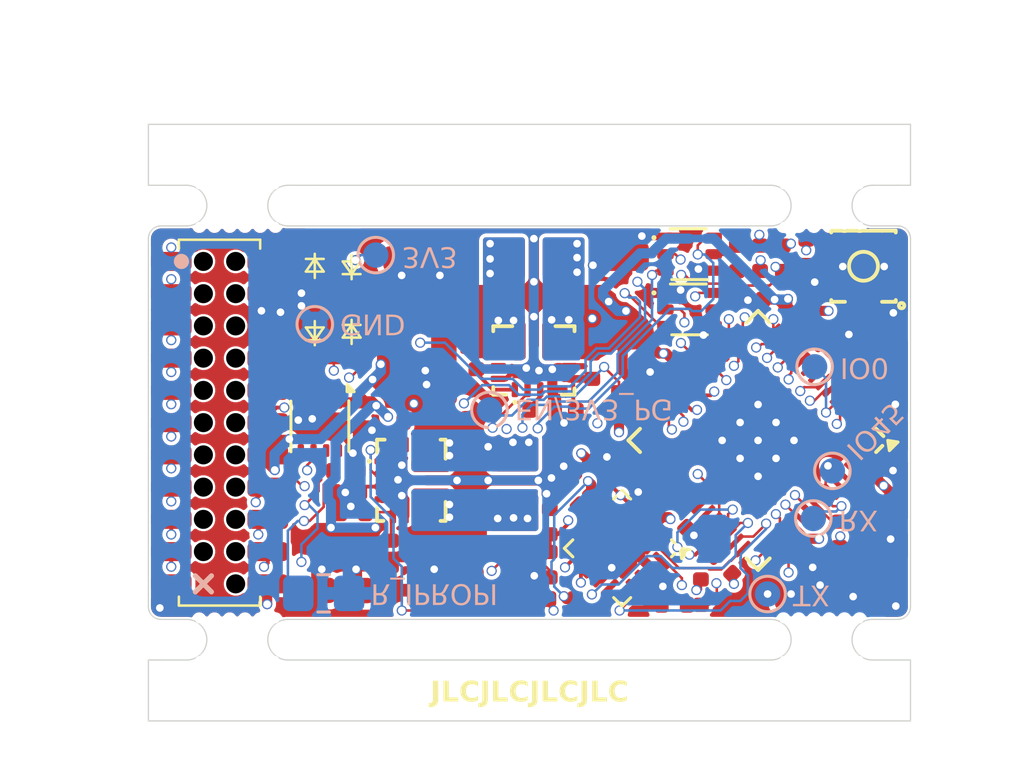
<source format=kicad_pcb>
(kicad_pcb (version 20241229) (generator "pcbnew") (generator_version "9.0")
  (layers (0 "F.Cu" signal) (4 "In1.Cu" signal) (6 "In2.Cu" signal) (2 "B.Cu" signal) (13 "F.Paste" user) (15 "B.Paste" user) (5 "F.SilkS" user "F.Silkscreen") (7 "B.SilkS" user "B.Silkscreen") (1 "F.Mask" user) (3 "B.Mask" user) (25 "Edge.Cuts" user))
  (net 0 "")
  (net 1 "/Track_Left")
  (net 2 "/Track_Right")
  (net 3 "GND")
  (net 19 "Net-(U1-XTAL_P)")
  (net 20 "Net-(U1-XTAL_N)")
  (net 21 "+3V3")
  (net 22 "VCC")
  (net 23 "/LNA_IN")
  (net 24 "/LNA_OUT")
  (net 25 "Net-(U1-U0TXD)")
  (net 26 "/ESP32_TX")
  (net 27 "/IO0")
  (net 28 "/ESP32_RX")
  (net 29 "/Speaker+")
  (net 30 "/Speaker-")
  (net 31 "/AMP_SD_MODE")
  (net 35 "/AMP_DIN")
  (net 36 "/AMP_BCLK")
  (net 38 "/AMP_LRCLK")
  (net 39 "/Motor2")
  (net 40 "/Motor1")
  (net 41 "/MOTOR_1")
  (net 42 "/MOTOR_2")
  (net 43 "/TRACK_LEFT")
  (net 44 "/TRACK_RIGHT")
  (net 45 "/+V_SENSE")
  (net 46 "VMOTOR")
  (net 47 "Net-(U60-VAUX)")
  (net 48 "Net-(U70-VAUX)")
  (net 49 "Net-(U60-L1)")
  (net 50 "Net-(U60-L2)")
  (net 51 "Net-(U70-L1)")
  (net 52 "Net-(U70-L2)")
  (net 53 "Net-(U60-EN)")
  (net 54 "Net-(U60-FB)")
  (net 55 "/VMOTOR_PG")
  (net 56 "Net-(U70-EN)")
  (net 57 "Net-(U70-FB)")
  (net 58 "Net-(C1-Pad1)")
  (net 59 "/3V3_PG{slash}ESP_EN")
  (net 60 "Net-(C8-Pad2)")
  (net 61 "/MOTOR_GAIN_SEL")
  (net 62 "/aux1")
  (net 63 "/INPUT2{slash}AUX8")
  (net 64 "/AUX3")
  (net 65 "/AUX5")
  (net 66 "/rear")
  (net 67 "/aux2")
  (net 68 "/front")
  (net 69 "/AUX4")
  (net 70 "/AUX6")
  (net 71 "/INPUT1{slash}AUX7")
  (net 72 "Net-(Q1A-B1)")
  (net 73 "Net-(Q1B-B2)")
  (net 74 "Net-(Q2B-B2)")
  (net 75 "Net-(Q2A-B1)")
  (net 76 "/AUX1")
  (net 77 "/AUX2")
  (net 78 "/REAR")
  (net 79 "/FRONT")
  (net 80 "/VDD_SPI (OUTPUT)")
  (net 81 "/ZBDTA{slash}D+")
  (net 82 "/ZBCLK{slash}D-")
  (net 83 "/MOTOR_CURRENT")
  (net 84 "unconnected-(U1-MTMS-Pad48)")
  (net 85 "unconnected-(U1-GPIO17-Pad23)")
  (net 87 "Net-(U1-GPIO45)")
  (footprint "PCM_JLCPCB:C_0603" (layer "F.Cu") (at 16.67 2.85 180)
    (property "Reference" "C73" (hide yes))
    (property "Value" "10uF")
  )
  (footprint "Custom_Footprints:QFN-56-1EP_7x7mm_P0.4mm_EP4x4mm_ThermalVias" (layer "F.Cu") (at 24 8.45 -135)
    (property "Reference" "U1" (hide yes))
    (property "Value" "ESP32-S3FN8")
  )
  (footprint "PCM_JLCPCB:C_0402" (layer "F.Cu") (at 27.575 5.3 90)
    (property "Reference" "C1" (hide yes))
    (property "Value" "100nF")
  )
  (footprint "PCM_JLCPCB:C_0805" (layer "F.Cu") (at 11.4749 2.2305 90)
    (property "Reference" "C70" (hide yes))
    (property "Value" "22uF")
  )
  (footprint "Custom_Footprints:IPEX-SMD_BWIPX-1-001E" (layer "F.Cu") (at 28.15 2.35 90)
    (property "Reference" "J2" (hide yes))
    (property "Value" "U.FL")
  )
  (footprint "PCM_JLCPCB:L_0402" (layer "F.Cu") (at 26.6 3.7 -45)
    (property "Reference" "L2" (hide yes))
    (property "Value" "3.9nH,300mA")
  )
  (footprint "PCM_JLCPCB:R_0402" (layer "F.Cu") (at 7.775 9.65)
    (property "Reference" "R10" (hide yes))
    (property "Value" "2.4kΩ" (hide yes))
  )
  (footprint "PCM_JLCPCB:C_0402" (layer "F.Cu") (at 25.5044 2.9377 45)
    (property "Reference" "C2" (hide yes))
    (property "Value" "100nF")
  )
  (footprint "PCM_JLCPCB:C_1206" (layer "F.Cu") (at 18.8 2.6817 90)
    (property "Reference" "C74" (hide yes))
    (property "Value" "100uF")
  )
  (footprint "Custom_Footprints:D_SOD-323" (layer "F.Cu") (at 8 1.6 90)
    (property "Reference" "D2" (hide yes))
    (property "Value" "B5817WS" (hide yes))
  )
  (footprint "PCM_JLCPCB:R_0402" (layer "F.Cu") (at 18.525 7.05 90)
    (property "Reference" "R73" (hide yes))
    (property "Value" "100kΩ" (hide yes))
  )
  (footprint "Custom_Footprints:SOT-363_SC-70-6" (layer "F.Cu") (at 21.3025 1.115)
    (property "Reference" "Q2" (hide yes))
    (property "Value" "MMDT3904")
  )
  (footprint "PCM_JLCPCB:C_0805" (layer "F.Cu") (at 10.9391 13.4 -90)
    (property "Reference" "C67" (hide yes))
    (property "Value" "22uF")
  )
  (footprint "Custom_Footprints:BD050-22-A-0-0500-L-D" (layer "F.Cu") (at 2.8 7.75)
    (property "Reference" "J1" (hide yes))
    (property "Value" "21Pin Loco Socket")
  )
  (footprint "PCM_JLCPCB:R_0402" (layer "F.Cu") (at 24.975 1.275 -90)
    (property "Reference" "R12" (hide yes))
    (property "Value" "1kΩ" (hide yes))
  )
  (footprint "PCM_JLCPCB:C_0402" (layer "F.Cu") (at 25.89 13.32 -90)
    (property "Reference" "C9" (hide yes))
    (property "Value" "100nF")
  )
  (footprint "PCM_JLCPCB:C_0805" (layer "F.Cu") (at 9.97 2.25 90)
    (property "Reference" "C71" (hide yes))
    (property "Value" "22uF")
  )
  (footprint "PCM_JLCPCB:Hole_Tooling_JLCPCB" (layer "F.Cu") (at 1 -3)
    (property "Reference" "H4" (hide yes))
    (property "Value" "~" (hide yes))
  )
  (footprint "PCM_JLCPCB:L_0402" (layer "F.Cu") (at 26.0343 4.2657 -45)
    (property "Reference" "L1" (hide yes))
    (property "Value" "3.9nH,300mA")
  )
  (footprint "PCM_JLCPCB:C_0402" (layer "F.Cu") (at 23.69 2.9046 180)
    (property "Reference" "C4" (hide yes))
    (property "Value" "10uF")
  )
  (footprint "PCM_JLCPCB:C_0402" (layer "F.Cu") (at 7.8309 10.4835 180)
    (property "Reference" "C68" (hide yes))
    (property "Value" "100nF")
  )
  (footprint "PCM_JLCPCB:R_0402" (layer "F.Cu") (at 20.699999 14.9248 180)
    (property "Reference" "R7" (hide yes))
    (property "Value" "6.8kΩ" (hide yes))
  )
  (footprint "PCM_JLCPCB:Hole_Tooling_JLCPCB" (layer "F.Cu") (at 29 18.5)
    (property "Reference" "H2" (hide yes))
    (property "Value" "~" (hide yes))
  )
  (footprint "PCM_JLCPCB:R_0402" (layer "F.Cu") (at 24.0775 1.275 -90)
    (property "Reference" "R14" (hide yes))
    (property "Value" "1kΩ" (hide yes))
  )
  (footprint "PCM_JLCPCB:C_0402" (layer "F.Cu") (at 17.0731 10.1914 135)
    (property "Reference" "C15" (hide yes))
    (property "Value" "10uF")
  )
  (footprint "PCM_JLCPCB:Part_Num_JLCPCB" (layer "F.Cu") (at 15 18.4)
    (property "Reference" "PN1" (hide yes))
    (property "Value" "~" (hide yes))
  )
  (footprint "PCM_JLCPCB:MouseBites, Cosmetic, JLCPCB, 1.6mm" (layer "F.Cu") (at 0.5 15.5 -90)
    (property "Reference" "REF**" (hide yes))
    (property "Value" "MouseBites, Cosmetic, JLCPCB, 1.6mm" (hide yes))
    (fp_line (start 0 0) (end 0 -1) (stroke (width 0.05)) (layer "Edge.Cuts"))
    (fp_line (start 1.6 0) (end 1.6 -1) (stroke (width 0.05)) (layer "Edge.Cuts"))
    (fp_line (start 0 -6) (end 0 -5) (stroke (width 0.05)) (layer "Edge.Cuts"))
    (fp_line (start 1.6 -6) (end 1.6 -5) (stroke (width 0.05)) (layer "Edge.Cuts"))
    (fp_arc (start 0 -1) (mid 0.8 -1.8) (end 1.6 -1) (stroke (width 0.05)) (layer "Edge.Cuts"))
    (fp_arc (start 1.6 -5) (mid 0.8 -4.2) (end 0 -5) (stroke (width 0.05)) (layer "Edge.Cuts"))
  )
  (footprint "PCM_JLCPCB:C_0402" (layer "F.Cu") (at 16.5907 10.6535 135)
    (property "Reference" "C16" (hide yes))
    (property "Value" "100nF")
  )
  (footprint "PCM_JLCPCB:MouseBites, Cosmetic, JLCPCB, 1.6mm" (layer "F.Cu") (at 6.500001 0 90)
    (property "Reference" "REF**" (hide yes))
    (property "Value" "MouseBites, Cosmetic, JLCPCB, 1.6mm" (hide yes))
    (fp_line (start 1.6 -6) (end 1.6 -5) (stroke (width 0.05)) (layer "Edge.Cuts") (net 10))
    (fp_line (start 0 -6) (end 0 -5) (stroke (width 0.05)) (layer "Edge.Cuts") (net 10))
    (fp_line (start 1.6 0) (end 1.6 -1) (stroke (width 0.05)) (layer "Edge.Cuts") (net 10))
    (fp_line (start 0 0) (end 0 -1) (stroke (width 0.05)) (layer "Edge.Cuts") (net 10))
    (fp_arc (start 1.6 -5) (mid 0.8 -4.2) (end 0 -5) (stroke (width 0.05)) (layer "Edge.Cuts") (net 10))
    (fp_arc (start 0 -1) (mid 0.8 -1.8) (end 1.6 -1) (stroke (width 0.05)) (layer "Edge.Cuts") (net 10))
  )
  (footprint "PCM_JLCPCB:MouseBites, Cosmetic, JLCPCB, 1.6mm" (layer "F.Cu") (at 23.499999 15.5 -90)
    (property "Reference" "REF**" (hide yes))
    (property "Value" "MouseBites, Cosmetic, JLCPCB, 1.6mm" (hide yes))
    (fp_line (start 0 0) (end 0 -1) (stroke (width 0.05)) (layer "Edge.Cuts"))
    (fp_line (start 1.6 0) (end 1.6 -1) (stroke (width 0.05)) (layer "Edge.Cuts"))
    (fp_line (start 0 -6) (end 0 -5) (stroke (width 0.05)) (layer "Edge.Cuts"))
    (fp_line (start 1.6 -6) (end 1.6 -5) (stroke (width 0.05)) (layer "Edge.Cuts"))
    (fp_arc (start 0 -1) (mid 0.8 -1.8) (end 1.6 -1) (stroke (width 0.05)) (layer "Edge.Cuts"))
    (fp_arc (start 1.6 -5) (mid 0.8 -4.2) (end 0 -5) (stroke (width 0.05)) (layer "Edge.Cuts"))
  )
  (footprint "PCM_JLCPCB:C_0402" (layer "F.Cu") (at 29.05 7.2 -45)
    (property "Reference" "C12" (hide yes))
    (property "Value" "1.5pF")
  )
  (footprint "PCM_JLCPCB:R_0402" (layer "F.Cu") (at 23.165 1.2811 90)
    (property "Reference" "R15" (hide yes))
    (property "Value" "1kΩ" (hide yes))
  )
  (footprint "PCM_JLCPCB:R_0402" (layer "F.Cu") (at 10.5411 7.7266 180)
    (property "Reference" "R60" (hide yes))
    (property "Value" "10kΩ" (hide yes))
  )
  (footprint "PCM_JLCPCB:L_0402" (layer "F.Cu") (at 28.325 11.9499 90)
    (property "Reference" "L3" (hide yes))
    (property "Value" "15nH,300mA")
  )
  (footprint "PCM_JLCPCB:R_0402" (layer "F.Cu") (at 17.475 5.525001 -90)
    (property "Reference" "R71" (hide yes))
    (property "Value" "75kΩ" (hide yes))
  )
  (footprint "PCM_JLCPCB:R_0402" (layer "F.Cu") (at 15.8 13.3443 90)
    (property "Reference" "R8" (hide yes))
    (property "Value" "22kΩ" (hide yes))
  )
  (footprint "Custom_Footprints:RNM0015A" (layer "F.Cu") (at 15.175 5.3 90)
    (property "Reference" "U70" (hide yes))
    (property "Value" "TPS63070")
  )
  (footprint "PCM_JLCPCB:R_0402" (layer "F.Cu") (at 12.9104 5.1431 -90)
    (property "Reference" "R70" (hide yes))
    (property "Value" "10kΩ" (hide yes))
  )
  (footprint "PCM_JLCPCB:L_0402" (layer "F.Cu") (at 29.1 5.3 90)
    (property "Reference" "L5" (hide yes))
    (property "Value" "3.9nH,300mA")
  )
  (footprint "PCM_JLCPCB:C_0402" (layer "F.Cu") (at 28.9583 9.422 45)
    (property "Reference" "C75" (hide yes))
    (property "Value" "10nF")
  )
  (footprint "Custom_Footprints:WSON-8-1EP_2x2mm_P0.5mm_EP0.9x1.6mm" (layer "F.Cu") (at 6.75 7.9 -90)
    (property "Reference" "U4" (hide yes))
    (property "Value" "DRV8213DSGR")
  )
  (footprint "PCM_JLCPCB:R_0402" (layer "F.Cu") (at 9.5504 12.9014 90)
    (property "Reference" "R61" (hide yes))
    (property "Value" "510kΩ" (hide yes))
  )
  (footprint "PCM_JLCPCB:L_0402" (layer "F.Cu") (at 28.55 5.3 90)
    (property "Reference" "L4" (hide yes))
    (property "Value" "3.9nH,300mA")
  )
  (footprint "PCM_JLCPCB:R_0402" (layer "F.Cu") (at 22.628553 13.353553 135)
    (property "Reference" "R4" (hide yes))
    (property "Value" "22kΩ" (hide yes))
  )
  (footprint "PCM_JLCPCB:C_0805" (layer "F.Cu") (at 10.6962 6.3397)
    (property "Reference" "C61" (hide yes))
    (property "Value" "22uF")
  )
  (footprint "PCM_JLCPCB:C_0402" (layer "F.Cu") (at 29.2175 11.3112 -90)
    (property "Reference" "C5" (hide yes))
    (property "Value" "1uF")
  )
  (footprint "Custom_Footprints:D_SOD-323" (layer "F.Cu") (at 6.55 4.2 90)
    (property "Reference" "D4" (hide yes))
    (property "Value" "B5817WS" (hide yes))
  )
  (footprint "PCM_JLCPCB:R_0402" (layer "F.Cu") (at 21.525 12.25 135)
    (property "Reference" "R5" (hide yes))
    (property "Value" "6.8kΩ" (hide yes))
  )
  (footprint "Custom_Footprints:IND-SMD_L2.0-W1.6-B" (layer "F.Cu") (at 14.35 10.02 -90)
    (property "Reference" "L60" (hide yes))
    (property "Value" "1.0uH,4.1A")
  )
  (footprint "PCM_JLCPCB:MouseBites, Cosmetic, JLCPCB, 1.6mm" (layer "F.Cu") (at 29.5 0 90)
    (property "Reference" "REF**" (hide yes))
    (property "Value" "MouseBites, Cosmetic, JLCPCB, 1.6mm" (hide yes))
    (fp_line (start 1.6 -6) (end 1.6 -5) (stroke (width 0.05)) (layer "Edge.Cuts") (net 10))
    (fp_line (start 0 -6) (end 0 -5) (stroke (width 0.05)) (layer "Edge.Cuts") (net 10))
    (fp_line (start 1.6 0) (end 1.6 -1) (stroke (width 0.05)) (layer "Edge.Cuts") (net 10))
    (fp_line (start 0 0) (end 0 -1) (stroke (width 0.05)) (layer "Edge.Cuts") (net 10))
    (fp_arc (start 1.6 -5) (mid 0.8 -4.2) (end 0 -5) (stroke (width 0.05)) (layer "Edge.Cuts") (net 10))
    (fp_arc (start 0 -1) (mid 0.8 -1.8) (end 1.6 -1) (stroke (width 0.05)) (layer "Edge.Cuts") (net 10))
  )
  (footprint "PCM_JLCPCB:C_0402" (layer "F.Cu") (at 29 3.95)
    (property "Reference" "C13" (hide yes))
    (property "Value" "1.5pF")
  )
  (footprint "PCM_JLCPCB:Hole_Tooling_JLCPCB" (layer "F.Cu") (at 29 -3)
    (property "Reference" "H3" (hide yes))
    (property "Value" "~" (hide yes))
  )
  (footprint "PCM_JLCPCB:C_0603" (layer "F.Cu") (at 12.7 8.52 -90)
    (property "Reference" "C62" (hide yes))
    (property "Value" "10uF")
  )
  (footprint "Custom_Footprints:SOT-363_SC-70-6" (layer "F.Cu") (at 21.3025 3.29)
    (property "Reference" "Q1" (hide yes))
    (property "Value" "MMDT3904")
  )
  (footprint "PCM_JLCPCB:C_0805" (layer "F.Cu") (at 10.6802 4.8289)
    (property "Reference" "C60" (hide yes))
    (property "Value" "22uF")
  )
  (footprint "Custom_Footprints:D_SOD-323" (layer "F.Cu") (at 6.55 1.6 -90)
    (property "Reference" "D3" (hide yes))
    (property "Value" "B5817WS" (hide yes))
  )
  (footprint "PCM_JLCPCB:R_0402" (layer "F.Cu") (at 8.0359 11.3239 180)
    (property "Reference" "R62" (hide yes))
    (property "Value" "51kΩ" (hide yes))
  )
  (footprint "PCM_JLCPCB:C_0402" (layer "F.Cu") (at 25.45 14.75)
    (property "Reference" "C10" (hide yes))
    (property "Value" "20pF")
  )
  (footprint "Custom_Footprints:Crystal_SMD_2016-4Pin_2.0x1.6mm" (layer "F.Cu") (at 27.6922 14.2)
    (property "Reference" "X1" (hide yes))
    (property "Value" "40Mhz")
  )
  (footprint "PCM_JLCPCB:C_0402" (layer "F.Cu") (at 8.3005 7.4112 -90)
    (property "Reference" "C17" (hide yes))
    (property "Value" "100nF")
  )
  (footprint "Custom_Footprints:D_SOD-323" (layer "F.Cu") (at 8 4.2 -90)
    (property "Reference" "D1" (hide yes))
    (property "Value" "B5817WS" (hide yes))
  )
  (footprint "PCM_JLCPCB:C_0603" (layer "F.Cu") (at 12.7 11.52 90)
    (property "Reference" "C63" (hide yes))
    (property "Value" "10uF")
  )
  (footprint "Custom_Footprints:TQFN-16-1EP_3x3mm_P0.5mm_EP1.23x1.23mm" (layer "F.Cu") (at 18.65 12.7 -135)
    (property "Reference" "U2" (hide yes))
    (property "Value" "MAX98357A")
  )
  (footprint "Custom_Footprints:IND-SMD_L2.0-W1.6-B" (layer "F.Cu") (at 15.17 1.3)
    (property "Reference" "L70" (hide yes))
    (property "Value" "1.0uH,4.1A")
  )
  (footprint "PCM_JLCPCB:R_0402" (layer "F.Cu") (at 16.825 7.75 -90)
    (property "Reference" "R72" (hide yes))
    (property "Value" "24kΩ" (hide yes))
  )
  (footprint "PCM_JLCPCB:C_0402" (layer "F.Cu") (at 19.453553 10.128553 -45)
    (property "Reference" "C7" (hide yes))
    (property "Value" "100nF")
  )
  (footprint "PCM_JLCPCB:R_0402" (layer "F.Cu") (at 25.9 1.04 -90)
    (property "Reference" "R13" (hide yes))
    (property "Value" "1kΩ" (hide yes))
  )
  (footprint "PCM_JLCPCB:C_0603" (layer "F.Cu") (at 13.67 2.85)
    (property "Reference" "C72" (hide yes))
    (property "Value" "10uF")
  )
  (footprint "PCM_JLCPCB:C_0402" (layer "F.Cu") (at 20.428553 5.771447 -135)
    (property "Reference" "C11" (hide yes))
    (property "Value" "100nF")
  )
  (footprint "PCM_JLCPCB:R_0402" (layer "F.Cu") (at 17.7665 9.683 -45)
    (property "Reference" "R3" (hide yes))
    (property "Value" "510kΩ" (hide yes))
  )
  (footprint "PCM_JLCPCB:C_0805" (layer "F.Cu") (at 8.162 13.4152 -90)
    (property "Reference" "C65" (hide yes))
    (property "Value" "22uF")
  )
  (footprint "Custom_Footprints:RNM0015A" (layer "F.Cu") (at 10.35 10.02)
    (property "Reference" "U60" (hide yes))
    (property "Value" "TPS63070")
  )
  (footprint "PCM_JLCPCB:C_0805" (layer "F.Cu") (at 13.65 14.1)
    (property "Reference" "C64" (hide yes))
    (property "Value" "22uF")
  )
  (footprint "PCM_JLCPCB:C_0402" (layer "F.Cu") (at 29.4217 13.95 90)
    (property "Reference" "C8" (hide yes))
    (property "Value" "20pF")
  )
  (footprint "PCM_JLCPCB:C_0402" (layer "F.Cu") (at 18.285553 8.980153 135)
    (property "Reference" "C6" (hide yes))
    (property "Value" "1uF")
  )
  (footprint "PCM_JLCPCB:R_0402" (layer "F.Cu") (at 16.275 14.7 180)
    (property "Reference" "R63" (hide yes))
    (property "Value" "100kΩ" (hide yes))
  )
  (footprint "PCM_JLCPCB:R_0402" (layer "F.Cu") (at 21.75 14.425 -90)
    (property "Reference" "R6" (hide yes))
    (property "Value" "22kΩ" (hide yes))
  )
  (footprint "PCM_JLCPCB:C_0402" (layer "F.Cu") (at 15.5 7.25)
    (property "Reference" "C76" (hide yes))
    (property "Value" "100nF")
  )
  (footprint "PCM_JLCPCB:R_0402" (layer "F.Cu") (at 27.2 12.15 -90)
    (property "Reference" "R1" (hide yes))
    (property "Value" "470Ω" (hide yes))
  )
  (footprint "PCM_JLCPCB:R_0402" (layer "F.Cu") (at 15.8 11.65 90)
    (property "Reference" "R9" (hide yes))
    (property "Value" "6.8kΩ" (hide yes))
  )
  (footprint "PCM_JLCPCB:Hole_Tooling_JLCPCB" (layer "F.Cu") (at 1 18.5)
    (property "Reference" "H1" (hide yes))
    (property "Value" "~" (hide yes))
  )
  (footprint "PCM_JLCPCB:C_0805" (layer "F.Cu") (at 6.6579 13.4064 -90)
    (property "Reference" "C66" (hide yes))
    (property "Value" "22uF")
  )
  (footprint "Custom_Footprints:TestPoint_Pad_D1.0mm" (layer "B.Cu") (at 13.425 7.25)
    (property "Reference" "TP3" (hide yes))
    (property "Value" "Test Point")
  )
  (footprint "Custom_Footprints:TestPoint_Pad_D1.0mm" (layer "B.Cu") (at 24.375 14.5)
    (property "Reference" "TP4" (hide yes))
    (property "Value" "Test Point")
  )
  (footprint "Custom_Footprints:TestPoint_Pad_D1.0mm" (layer "B.Cu") (at 8.95 1.15)
    (property "Reference" "TP2" (hide yes))
    (property "Value" "Test Point")
  )
  (footprint "Custom_Footprints:TestPoint_Pad_D1.0mm" (layer "B.Cu") (at 6.55 3.875)
    (property "Reference" "TP6" (hide yes))
    (property "Value" "Test Point")
  )
  (footprint "Resistor_SMD:R_0805_2012Metric_Pad1.20x1.40mm_HandSolder" (layer "B.Cu") (at 6.9 14.475)
    (property "Reference" "R11" (hide yes))
    (property "Value" "R")
  )
  (footprint "Custom_Footprints:TestPoint_Pad_D1.0mm" (layer "B.Cu") (at 26.225 5.55)
    (property "Reference" "TP1" (hide yes))
    (property "Value" "Test Point")
  )
  (footprint "Custom_Footprints:TestPoint_Pad_D1.0mm" (layer "B.Cu") (at 26.925 9.65)
    (property "Reference" "TP7" (hide yes))
    (property "Value" "Test Point")
  )
  (footprint "Custom_Footprints:TestPoint_Pad_D1.0mm" (layer "B.Cu") (at 26.175 11.525)
    (property "Reference" "TP5" (hide yes))
    (property "Value" "Test Point")
  )
  (gr_arc (start 0.5 15.5) (mid 0.146447 15.353553) (end 0 15) (stroke (width 0.05)) (layer "Edge.Cuts"))
  (gr_line (start 23.500001 0) (end 6.500001 0) (stroke (width 0.05)) (layer "Edge.Cuts"))
  (gr_line (start 30 19.5) (end 30 17.1) (stroke (width 0.05)) (layer "Edge.Cuts"))
  (gr_line (start 0.5 17.1) (end 0 17.1) (stroke (width 0.05)) (layer "Edge.Cuts"))
  (gr_line (start 0 -4) (end 0 -1.6) (stroke (width 0.05)) (layer "Edge.Cuts"))
  (gr_arc (start 30 15) (mid 29.853553 15.353553) (end 29.5 15.5) (stroke (width 0.05)) (layer "Edge.Cuts"))
  (gr_line (start 30 17.1) (end 29.499999 17.1) (stroke (width 0.05)) (layer "Edge.Cuts"))
  (gr_line (start 6.5 15.5) (end 23.499999 15.5) (stroke (width 0.05)) (layer "Edge.Cuts"))
  (gr_line (start 0 19.5) (end 30 19.5) (stroke (width 0.05)) (layer "Edge.Cuts"))
  (gr_line (start 23.499999 17.1) (end 6.5 17.1) (stroke (width 0.05)) (layer "Edge.Cuts"))
  (gr_arc (start 29.5 0) (mid 29.853553 0.146447) (end 30 0.5) (stroke (width 0.05)) (layer "Edge.Cuts"))
  (gr_arc (start 0 0.5) (mid 0.146447 0.146447) (end 0.5 0) (stroke (width 0.05)) (layer "Edge.Cuts"))
  (gr_line (start 30 0.5) (end 30 15) (stroke (width 0.05)) (layer "Edge.Cuts"))
  (gr_line (start 30 -1.6) (end 30 -4) (stroke (width 0.05)) (layer "Edge.Cuts"))
  (gr_line (start 0 -1.6) (end 0.500001 -1.6) (stroke (width 0.05)) (layer "Edge.Cuts"))
  (gr_line (start 30 -4) (end 0 -4) (stroke (width 0.05)) (layer "Edge.Cuts"))
  (gr_line (start 0 17.1) (end 0 19.5) (stroke (width 0.05)) (layer "Edge.Cuts"))
  (gr_line (start 0 15) (end 0 0.5) (stroke (width 0.05)) (layer "Edge.Cuts"))
  (gr_line (start 6.500001 -1.6) (end 23.5 -1.6) (stroke (width 0.05)) (layer "Edge.Cuts"))
  (gr_line (start 29.5 -1.6) (end 30 -1.6) (stroke (width 0.05)) (layer "Edge.Cuts"))
  (gr_text "EN/3V3_PG" (at 14.425 7.175 180) (layer "B.SilkS") (effects (font (size 0.8 0.8) (thickness 0.1)) (justify left mirror)))
  (gr_text "IO45" (at 27.65 8.975 225) (layer "B.SilkS") (effects (font (size 0.8 0.8) (thickness 0.1)) (justify left mirror)))
  (gr_text "IO0" (at 27.225 5.55 180) (layer "B.SilkS") (effects (font (size 0.8 0.8) (thickness 0.1)) (justify left mirror)))
  (gr_text "TX" (at 25.375 14.5 180) (layer "B.SilkS") (effects (font (size 0.8 0.8) (thickness 0.1)) (justify left mirror)))
  (gr_text "3V3" (at 9.975 1.175 180) (layer "B.SilkS") (effects (font (size 0.8 0.8) (thickness 0.1)) (justify left mirror)))
  (gr_text "RX" (at 27.175 11.55 180) (layer "B.SilkS") (effects (font (size 0.8 0.8) (thickness 0.1)) (justify left mirror)))
  (gr_text "GND" (at 7.55 3.825 180) (layer "B.SilkS") (effects (font (size 0.8 0.8) (thickness 0.1)) (justify left mirror)))
  (gr_text "R_IPROPI" (at 8.75 14.45 180) (layer "B.SilkS") (effects (font (size 0.8 0.8) (thickness 0.1)) (justify left mirror)))
  (segment (start 5.04192 2.67) (end 5.74292 1.969) (width 0.4) (layer "F.Cu") (net 1))
  (segment (start 7.076 3.511894) (end 7.075 3.512894) (width 0.4) (layer "F.Cu") (net 1))
  (segment (start 7.275 5.25) (end 8 5.25) (width 0.4) (layer "F.Cu") (net 1))
  (segment (start 23.017273 14.1) (end 23.05 14.1) (width 0.1) (layer "F.Cu") (net 1))
  (segment (start 8 5.25) (end 8 5.35) (width 0.3) (layer "F.Cu") (net 1))
  (segment (start 22.982106 13.707106) (end 22.982106 14.064833) (width 0.1) (layer "F.Cu") (net 1))
  (segment (start 6.55 5.35) (end 6.55 5.25) (width 0.3) (layer "F.Cu") (net 1))
  (segment (start 6.55 5.35) (end 6.55 5.25) (width 0.3) (layer "F.Cu") (net 1))
  (segment (start 7.076 2.288106) (end 7.076 3.511894) (width 0.4) (layer "F.Cu") (net 1))
  (segment (start 7.275 5.25) (end 6.55 5.25) (width 0.4) (layer "F.Cu") (net 1))
  (segment (start 8 5.25) (end 7.3 5.25) (width 0.1) (layer "F.Cu") (net 1))
  (segment (start 8 5.25) (end 8 5.35) (width 0.3) (layer "F.Cu") (net 1))
  (segment (start 4.7 2.67) (end 5.04192 2.67) (width 0.4) (layer "F.Cu") (net 1))
  (segment (start 22.982106 14.064833) (end 23.017273 14.1) (width 0.1) (layer "F.Cu") (net 1))
  (segment (start 7.3 5.25) (end 7.3 5.7) (width 0.1) (layer "F.Cu") (net 1))
  (segment (start 7.075 5.25) (end 7.275 5.25) (width 0.4) (layer "F.Cu") (net 1))
  (segment (start 7.075 3.512894) (end 7.075 5.25) (width 0.4) (layer "F.Cu") (net 1))
  (segment (start 5.74292 1.969) (end 6.756894 1.969) (width 0.4) (layer "F.Cu") (net 1))
  (segment (start 6.756894 1.969) (end 7.076 2.288106) (width 0.4) (layer "F.Cu") (net 1))
  (via (at 23.05 14.1) (size 0.4) (drill 0.3) (layers "F.Cu" "B.Cu") (net 1))
  (via (at 7.3 5.7) (size 0.4) (drill 0.3) (layers "F.Cu" "B.Cu") (net 1))
  (segment (start 7.9 5.975) (end 7.950762 5.975) (width 0.1) (layer "F.Cu") (net 2))
  (segment (start 5.930999 1.469) (end 6.55 0.849999) (width 0.4) (layer "F.Cu") (net 2))
  (segment (start 7.475 3.7) (end 7.475 0.575) (width 0.1) (layer "F.Cu") (net 2))
  (segment (start 6.55 0.849999) (end 6.55 0.55) (width 0.4) (layer "F.Cu") (net 2))
  (segment (start 4.769 1.469) (end 5.930999 1.469) (width 0.4) (layer "F.Cu") (net 2))
  (segment (start 21.75 14.324374) (end 21.729375 14.344999) (width 0.1) (layer "F.Cu") (net 2))
  (segment (start 21.75 13.925001) (end 21.75 14.324374) (width 0.1) (layer "F.Cu") (net 2))
  (segment (start 7.950762 5.975) (end 8.525 5.400762) (width 0.1) (layer "F.Cu") (net 2))
  (segment (start 8.525 4.75) (end 7.475 3.7) (width 0.1) (layer "F.Cu") (net 2))
  (segment (start 21.729375 14.344999) (end 21.572336 14.344999) (width 0.1) (layer "F.Cu") (net 2))
  (segment (start 8.525 5.400762) (end 8.525 4.75) (width 0.1) (layer "F.Cu") (net 2))
  (segment (start 4.7 1.4) (end 4.769 1.469) (width 0.4) (layer "F.Cu") (net 2))
  (segment (start 7.45 0.55) (end 8 0.55) (width 0.4) (layer "F.Cu") (net 2))
  (segment (start 7.475 0.575) (end 7.45 0.55) (width 0.1) (layer "F.Cu") (net 2))
  (segment (start 6.55 0.55) (end 7.45 0.55) (width 0.4) (layer "F.Cu") (net 2))
  (via (at 7.9 5.975) (size 0.4) (drill 0.3) (layers "F.Cu" "B.Cu") (net 2))
  (via (at 21.572336 14.344999) (size 0.4) (drill 0.3) (layers "F.Cu" "B.Cu") (net 2))
  (segment (start 16.577926 9.837847) (end 16.606676 9.809097) (width 0.4) (layer "F.Cu") (net 3))
  (segment (start 19.807106 10.482106) (end 19.282106 10.482106) (width 0.4) (layer "F.Cu") (net 3))
  (segment (start 15.175 2.2) (end 15.175 0.501) (width 0.4) (layer "F.Cu") (net 3))
  (segment (start 15.65 2.85) (end 15.89 2.85) (width 0.4) (layer "F.Cu") (net 3))
  (segment (start 25.89 13.819999) (end 25.89 13.71) (width 0.4) (layer "F.Cu") (net 3))
  (segment (start 15.175 3.325) (end 15.65 2.85) (width 0.4) (layer "F.Cu") (net 3))
  (segment (start 9.975 10.625) (end 10.124999 10.774999) (width 0.3) (layer "F.Cu") (net 3))
  (segment (start 23.190001 2.9046) (end 23.5796 2.9046) (width 0.4) (layer "F.Cu") (net 3))
  (segment (start 6.6 7.75) (end 6.775 7.75) (width 0.3) (layer "F.Cu") (net 3))
  (segment (start 9.97 1.95) (end 9.97 1.300001) (width 0.4) (layer "F.Cu") (net 3))
  (segment (start 6 6.95) (end 6 7.15) (width 0.3) (layer "F.Cu") (net 3))
  (segment (start 6.45 7.6) (end 6.6 7.75) (width 0.3) (layer "F.Cu") (net 3))
  (segment (start 17.810311 13.893243) (end 18.239277 13.464277) (width 0.4) (layer "F.Cu") (net 3))
  (segment (start 14.525 2.85) (end 15.175 2.2) (width 0.4) (layer "F.Cu") (net 3))
  (segment (start 21.266188 12.016188) (end 21.438515 12.188515) (width 0.4) (layer "F.Cu") (net 3))
  (segment (start 12.7 9.3) (end 12.7 9.35) (width 0.4) (layer "F.Cu") (net 3))
  (segment (start 9.633 8.927999) (end 9.633 8.62) (width 0.3) (layer "F.Cu") (net 3))
  (segment (start 16.825 8.249999) (end 16.825 8.225002) (width 0.4) (layer "F.Cu") (net 3))
  (segment (start 10.95 10.02) (end 12.145 10.02) (width 0.4) (layer "F.Cu") (net 3))
  (segment (start 21.438515 12.188515) (end 21.473348 12.188515) (width 0.4) (layer "F.Cu") (net 3))
  (segment (start 22.2525 1.765) (end 21.79 1.765) (width 0.2) (layer "F.Cu") (net 3))
  (segment (start 7.968084 11.049304) (end 7.95 11.067388) (width 0.4) (layer "F.Cu") (net 3))
  (segment (start 15.925 6.45) (end 15.925 7.325) (width 0.4) (layer "F.Cu") (net 3))
  (segment (start 29.499999 3.6) (end 29.324999 3.425) (width 0.4) (layer "F.Cu") (net 3))
  (segment (start 21.8925 4.3) (end 21.85 4.3) (width 0.2) (layer "F.Cu") (net 3))
  (segment (start 21.266188 11.991188) (end 21.266188 12.016188) (width 0.4) (layer "F.Cu") (net 3))
  (segment (start 20.3525 0.465) (end 19.49 0.465) (width 0.2) (layer "F.Cu") (net 3))
  (segment (start 27.335 1.6) (end 26.8 1.6) (width 0.4) (layer "F.Cu") (net 3))
  (segment (start 18.65 13.053554) (end 18.65 12.7) (width 0.3) (layer "F.Cu") (net 3))
  (segment (start 7.330901 10.4835) (end 7.734399 10.4835) (width 0.4) (layer "F.Cu") (net 3))
  (segment (start 20.075 6.125) (end 20.075 6.08) (width 0.4) (layer "F.Cu") (net 3))
  (segment (start 4.45 3.345) (end 4.45 3.6) (width 0.4) (layer "F.Cu") (net 3))
  (segment (start 8.162 13.538) (end 8.175 13.525) (width 0.4) (layer "F.Cu") (net 3))
  (segment (start 9.975 9.269999) (end 9.633 8.927999) (width 0.3) (layer "F.Cu") (net 3))
  (segment (start 13.375 10.025) (end 15.35 10.025) (width 0.4) (layer "F.Cu") (net 3))
  (segment (start 14.566899 14.0999) (end 14.599899 14.0999) (width 0.4) (layer "F.Cu") (net 3))
  (segment (start 25.89 13.71) (end 26.15 13.45) (width 0.4) (layer "F.Cu") (net 3))
  (segment (start 8.661199 7.911199) (end 8.8 8.05) (width 0.4) (layer "F.Cu") (net 3))
  (segment (start 19.843244 13.53969) (end 19.843243 13.539689) (width 0.4) (layer "F.Cu") (net 3))
  (segment (start 11.4749 1.95) (end 11.4749 1.280501) (width 0.4) (layer "F.Cu") (net 3))
  (segment (start 15.175 4.7) (end 15.175 3.575) (width 0.4) (layer "F.Cu") (net 3))
  (segment (start 16.025002 5.525) (end 15.900001 5.650001) (width 0.2) (layer "F.Cu") (net 3))
  (segment (start 9.83 10.77) (end 9.975 10.625) (width 0.3) (layer "F.Cu") (net 3))
  (segment (start 23.5796 2.9046) (end 23.6 2.925) (width 0.4) (layer "F.Cu") (net 3))
  (segment (start 20.100001 14.9248) (end 20.251777 14.773024) (width 0.15) (layer "F.Cu") (net 3))
  (segment (start 25.857953 2.584147) (end 26.229184 2.212916) (width 0.4) (layer "F.Cu") (net 3))
  (segment (start 27.575 4.800001) (end 27.575 4.275001) (width 0.4) (layer "F.Cu") (net 3))
  (segment (start 19.003554 12.7) (end 19.843244 13.53969) (width 0.4) (layer "F.Cu") (net 3))
  (segment (start 26.5671 13.567) (end 26.5671 14.024161) (width 0.4) (layer "F.Cu") (net 3))
  (segment (start 5.2 3.4) (end 4.7 3.9) (width 0.4) (layer "F.Cu") (net 3))
  (segment (start 14.499999 5.6) (end 14.875 5.6) (width 0.2) (layer "F.Cu") (net 3))
  (segment (start 16.725 8.299999) (end 16.775 8.299999) (width 0.4) (layer "F.Cu") (net 3))
  (segment (start 15.89 2.85) (end 15.825 2.85) (width 0.4) (layer "F.Cu") (net 3))
  (segment (start 15.925 7.325) (end 16.360265 7.760267) (width 0.4) (layer "F.Cu") (net 3))
  (segment (start 14.599999 14.1) (end 15.099999 14.1) (width 0.4) (layer "F.Cu") (net 3))
  (segment (start 29.4217 14.449999) (end 29.4217 14.974999) (width 0.4) (layer "F.Cu") (net 3))
  (segment (start 9.975 9.425) (end 9.975 9.269999) (width 0.3) (layer "F.Cu") (net 3))
  (segment (start 15.899999 6.55) (end 15.900001 5.650001) (width 0.4) (layer "F.Cu") (net 3))
  (segment (start 15.7846 11.150001) (end 15.7846 10.6596) (width 0.4) (layer "F.Cu") (net 3))
  (segment (start 15.825 2.85) (end 15.175 2.2) (width 0.4) (layer "F.Cu") (net 3))
  (segment (start 25.3 14.6202) (end 25.3 14.5) (width 0.4) (layer "F.Cu") (net 3))
  (segment (start 6.55 2.65) (end 6.025 2.65) (width 0.4) (layer "F.Cu") (net 3))
  (segment (start 8.05 9.35) (end 8.05 8.95) (width 0.4) (layer "F.Cu") (net 3))
  (segment (start 7.95 11.205899) (end 7.910899 11.245) (width 0.4) (layer "F.Cu") (net 3))
  (segment (start 15.7846 10.6596) (end 15.675 10.55) (width 0.4) (layer "F.Cu") (net 3))
  (segment (start 19.807106 11.004079) (end 19.807106 10.482106) (width 0.3) (layer "F.Cu") (net 3))
  (segment (start 16.606676 9.724976) (end 16.348316 9.466616) (width 0.4) (layer "F.Cu") (net 3))
  (segment (start 26.5 13.4999) (end 26.5 14.091261) (width 0.4) (layer "F.Cu") (net 3))
  (segment (start 18.65 12.7) (end 19.003554 12.7) (width 0.4) (layer "F.Cu") (net 3))
  (segment (start 10.9391 13.8359) (end 11.25 13.525) (width 0.4) (layer "F.Cu") (net 3))
  (segment (start 18.4983 1.2017) (end 18.15 1.55) (width 0.4) (layer "F.Cu") (net 3))
  (segment (start 27.744457 14.5999) (end 27.7422 14.602157) (width 0.4) (layer "F.Cu") (net 3))
  (segment (start 8.162 14.365199) (end 8.162 13.538) (width 0.4) (layer "F.Cu") (net 3))
  (segment (start 6.6579 14.356399) (end 6.6579 13.6921) (width 0.4) (layer "F.Cu") (net 3))
  (segment (start 29.2175 11.811199) (end 29.2175 12.336199) (width 0.4) (layer "F.Cu") (net 3))
  (segment (start 10.9 5.559099) (end 11.630199 4.8289) (width 0.4) (layer "F.Cu") (net 3))
  (segment (start 15.175 3.325) (end 14.7 2.85) (width 0.4) (layer "F.Cu") (net 3))
  (segment (start 29.403553 7.553553) (end 29.403553 7.028553) (width 0.4) (layer "F.Cu") (net 3))
  (segment (start 12.15 10.025) (end 12.15 10.19) (width 0.4) (layer "F.Cu") (net 3))
  (segment (start 16.575 5.525) (end 16.025002 5.525) (width 0.2) (layer "F.Cu") (net 3))
  (segment (start 12.15 10.025) (end 12.15 9.85) (width 0.4) (layer "F.Cu") (net 3))
  (segment (start 4.7 3.9) (end 4.7 3.94) (width 0.4) (layer "F.Cu") (net 3))
  (segment (start 8.3005 7.911199) (end 6.588801 7.911199) (width 0.3) (layer "F.Cu") (net 3))
  (segment (start 14.45 2.85) (end 14.525 2.85) (width 0.4) (layer "F.Cu") (net 3))
  (segment (start 12.145 10.02) (end 12.15 10.025) (width 0.4) (layer "F.Cu") (net 3))
  (segment (start 7.734399 10.4835) (end 7.750899 10.5) (width 0.4) (layer "F.Cu") (net 3))
  (segment (start 12.7 10.74) (end 12.7 10.7) (width 0.4) (layer "F.Cu") (net 3))
  (segment (start 25.127237 14.792963) (end 25.3 14.6202) (width 0.4) (layer "F.Cu") (net 3))
  (segment (start 19.843243 13.539689) (end 20.251777 13.948223) (width 0.4) (layer "F.Cu") (net 3))
  (segment (start 16.775 8.299999) (end 16.825 8.249999) (width 0.4) (layer "F.Cu") (net 3))
  (segment (start 4.45 3.6) (end 4.7 3.85) (width 0.4) (layer "F.Cu") (net 3))
  (segment (start 15.19 14.009999) (end 15.19 13.781581) (width 0.4) (layer "F.Cu") (net 3))
  (segment (start 20.3525 2.64) (end 20.815 2.64) (width 0.2) (layer "F.Cu") (net 3))
  (segment (start 19.719 11.092185) (end 19.807106 11.004079) (width 0.3) (layer "F.Cu") (net 3))
  (segment (start 9.2 10.77) (end 9.83 10.77) (width 0.3) (layer "F.Cu") (net 3))
  (segment (start 4.7 3.85) (end 4.7 3.94) (width 0.4) (layer "F.Cu") (net 3))
  (segment (start 26.5 13.4999) (end 26.5671 13.567) (width 0.4) (layer "F.Cu") (net 3))
  (segment (start 10.9 5.7) (end 10.9 5.559099) (width 0.4) (layer "F.Cu") (net 3))
  (segment (start 18.15 1.55) (end 17.5 1.55) (width 0.4) (layer "F.Cu") (net 3))
  (segment (start 18.05 8.7446) (end 18.05 9.1) (width 0.4) (layer "F.Cu") (net 3))
  (segment (start 12.15 10.19) (end 12.7 10.74) (width 0.4) (layer "F.Cu") (net 3))
  (segment (start 26.5 13.4999) (end 26.210099 13.4999) (width 0.4) (layer "F.Cu") (net 3))
  (segment (start 13.775 6.025) (end 14.074999 6.025) (width 0.2) (layer "F.Cu") (net 3))
  (segment (start 11.2603 6.3397) (end 11.646199 6.3397) (width 0.4) (layer "F.Cu") (net 3))
  (segment (start 18.239277 13.464277) (end 18.65 13.053554) (width 0.4) (layer "F.Cu") (net 3))
  (segment (start 18.774 1.2017) (end 18.4983 1.2017) (width 0.4) (layer "F.Cu") (net 3))
  (segment (start 16.237147 10.299947) (end 15.865916 9.928716) (width 0.4) (layer "F.Cu") (net 3))
  (segment (start 19.719 11.277446) (end 19.719 11.092185) (width 0.3) (layer "F.Cu") (net 3))
  (segment (start 10.95 6.25) (end 11.1706 6.25) (width 0.4) (layer "F.Cu") (net 3))
  (segment (start 6.6579 13.6921) (end 6.825 13.525) (width 0.4) (layer "F.Cu") (net 3))
  (segment (start 6 7.15) (end 6.45 7.6) (width 0.3) (layer "F.Cu") (net 3))
  (segment (start 14.7 2.85) (end 14.45 2.85) (width 0.4) (layer "F.Cu") (net 3))
  (segment (start 17.810311 13.893243) (end 17.810312 13.893242) (width 0.4) (layer "F.Cu") (net 3))
  (segment (start 29.311853 9.636853) (end 29.311853 9.068447) (width 0.4) (layer "F.Cu") (net 3))
  (segment (start 16.825 8.225002) (end 16.360265 7.760267) (width 0.4) (layer "F.Cu") (net 3))
  (segment (start 26.5671 14.024161) (end 26.442059 14.149202) (width 0.4) (layer "F.Cu") (net 3))
  (segment (start 19.49 0.465) (end 19.425 0.4) (width 0.2) (layer "F.Cu") (net 3))
  (segment (start 28.3922 14.5999) (end 27.744457 14.5999) (width 0.4) (layer "F.Cu") (net 3))
  (segment (start 16.606676 9.809097) (end 16.606676 9.724976) (width 0.4) (layer "F.Cu") (net 3))
  (segment (start 15.175 3.575) (end 15.175 3.325) (width 0.4) (layer "F.Cu") (net 3))
  (segment (start 29.499999 3.775) (end 29.499999 3.6) (width 0.4) (layer "F.Cu") (net 3))
  (segment (start 8.35 9.65) (end 8.05 9.35) (width 0.4) (layer "F.Cu") (net 3))
  (segment (start 19.489689 11.506757) (end 19.719 11.277446) (width 0.3) (layer "F.Cu") (net 3))
  (segment (start 20.251777 14.873023) (end 20.2 14.9248) (width 0.4) (layer "F.Cu") (net 3))
  (segment (start 7.95 11.067388) (end 7.95 11.205899) (width 0.4) (layer "F.Cu") (net 3))
  (segment (start 15.099999 14.1) (end 15.19 14.009999) (width 0.4) (layer "F.Cu") (net 3))
  (segment (start 12.15 9.85) (end 12.7 9.3) (width 0.4) (layer "F.Cu") (net 3))
  (segment (start 26.5 14.091261) (end 26.442059 14.149202) (width 0.4) (layer "F.Cu") (net 3))
  (segment (start 28.965 1.6) (end 29.5 1.6) (width 0.4) (layer "F.Cu") (net 3))
  (segment (start 12.7 10.7) (end 13.375 10.025) (width 0.4) (layer "F.Cu") (net 3))
  (segment (start 8.3005 7.911199) (end 8.661199 7.911199) (width 0.4) (layer "F.Cu") (net 3))
  (segment (start 14.074999 6.025) (end 14.499999 5.6) (width 0.2) (layer "F.Cu") (net 3))
  (segment (start 22.2525 3.94) (end 21.8925 4.3) (width 0.2) (layer "F.Cu") (net 3))
  (segment (start 20.075 6.08) (end 19.75 5.755) (width 0.4) (layer "F.Cu") (net 3))
  (segment (start 7.910899 11.245) (end 7.535901 11.245) (width 0.4) (layer "F.Cu") (net 3))
  (segment (start 6.55 3.15) (end 6.025 3.15) (width 0.4) (layer "F.Cu") (net 3))
  (segment (start 11.1706 6.25) (end 11.2603 6.3397) (width 0.4) (layer "F.Cu") (net 3))
  (segment (start 14.599899 14.0999) (end 14.599999 14.1) (width 0.4) (layer "F.Cu") (net 3))
  (segment (start 10.124999 10.774999) (end 10.124999 11.42) (width 0.3) (layer "F.Cu") (net 3))
  (segment (start 12.7 9.35) (end 13.375 10.025) (width 0.4) (layer "F.Cu") (net 3))
  (segment (start 26.210099 13.4999) (end 25.89 13.819999) (width 0.4) (layer "F.Cu") (net 3))
  (segment (start 17.932 8.6266) (end 18.05 8.7446) (width 0.4) (layer "F.Cu") (net 3))
  (segment (start 20.251777 13.948223) (end 20.251777 14.873023) (width 0.4) (layer "F.Cu") (net 3))
  (segment (start 10.9391 14.349999) (end 10.9391 13.8359) (width 0.4) (layer "F.Cu") (net 3))
  (segment (start 6.588801 7.911199) (end 6.3 8.2) (width 0.3) (layer "F.Cu") (net 3))
  (via (at 7.750899 10.5) (size 0.4) (drill 0.3) (layers "F.Cu" "B.Cu") (net 3))
  (via (at 21.85 4.3) (size 0.4) (drill 0.3) (layers "F.Cu" "B.Cu") (net 3))
  (via (at 14.875 5.6) (size 0.4) (drill 0.3) (layers "F.Cu" "B.Cu") (net 3))
  (via (at 16.360265 7.760267) (size 0.4) (drill 0.3) (layers "F.Cu" "B.Cu") (net 3))
  (via (at 15.175 2.2) (size 0.4) (drill 0.3) (layers "F.Cu" "B.Cu") (net 3))
  (via (at 6.025 2.65) (size 0.4) (drill 0.3) (layers "F.Cu" "B.Cu") (net 3))
  (via (at 29.2175 12.336199) (size 0.4) (drill 0.3) (layers "F.Cu" "B.Cu") (net 3))
  (via (at 15.19 13.781581) (size 0.4) (drill 0.3) (layers "F.Cu" "B.Cu") (net 3))
  (via (at 5.2 3.4) (size 0.4) (drill 0.3) (layers "F.Cu" "B.Cu") (net 3))
  (via (at 27.7422 14.602157) (size 0.4) (drill 0.3) (layers "F.Cu" "B.Cu") (net 3))
  (via (at 8.8 8.05) (size 0.4) (drill 0.3) (layers "F.Cu" "B.Cu") (net 3))
  (via (at 11.4749 1.95) (size 0.4) (drill 0.3) (layers "F.Cu" "B.Cu") (net 3))
  (via (at 15.175 3.575) (size 0.4) (drill 0.3) (layers "F.Cu" "B.Cu") (net 3))
  (via (at 29.324999 3.425) (size 0.4) (drill 0.3) (layers "F.Cu" "B.Cu") (net 3))
  (via (at 15.900001 5.650001) (size 0.4) (drill 0.3) (layers "F.Cu" "B.Cu") (net 3))
  (via (at 29.311853 9.636853) (size 0.4) (drill 0.3) (layers "F.Cu" "B.Cu") (net 3))
  (via (at 18.239277 13.464277) (size 0.4) (drill 0.3) (layers "F.Cu" "B.Cu") (net 3))
  (via (at 0.45 15.05) (size 0.4) (drill 0.3) (layers "F.Cu" "B.Cu") (net 3))
  (via (at 6.025 3.15) (size 0.4) (drill 0.3) (layers "F.Cu" "B.Cu") (net 3))
  (via (at 15.35 10.025) (size 0.4) (drill 0.3) (layers "F.Cu" "B.Cu") (net 3))
  (via (at 18.05 9.1) (size 0.4) (drill 0.3) (layers "F.Cu" "B.Cu") (net 3))
  (via (at 19.282106 10.482106) (size 0.4) (drill 0.3) (layers "F.Cu" "B.Cu") (net 3))
  (via (at 9.975 10.625) (size 0.4) (drill 0.3) (layers "F.Cu" "B.Cu") (net 3))
  (via (at 9.825 10) (size 0.4) (drill 0.3) (layers "F.Cu" "B.Cu") (net 3))
  (via (at 27.335 1.6) (size 0.4) (drill 0.3) (layers "F.Cu" "B.Cu") (net 3))
  (via (at 9.975 9.425) (size 0.4) (drill 0.3) (layers "F.Cu" "B.Cu") (net 3))
  (via (at 15.865916 9.928716) (size 0.4) (drill 0.3) (layers "F.Cu" "B.Cu") (net 3))
  (via (at 19.425 0.4) (size 0.4) (drill 0.3) (layers "F.Cu" "B.Cu") (net 3))
  (via (at 19.75 5.755) (size 0.4) (drill 0.3) (layers "F.Cu" "B.Cu") (net 3))
  (via (at 15.675 10.55) (size 0.4) (drill 0.3) (layers "F.Cu" "B.Cu") (net 3))
  (via (at 20.95 2.525) (size 0.4) (drill 0.3) (layers "F.Cu" "B.Cu") (net 3))
  (via (at 29.4217 14.974999) (size 0.4) (drill 0.3) (layers "F.Cu" "B.Cu") (net 3))
  (via (at 5.9 7.65) (size 0.4) (drill 0.3) (layers "F.Cu" "B.Cu") (net 3))
  (via (at 10.9 5.7) (size 0.4) (drill 0.3) (layers "F.Cu" "B.Cu") (net 3))
  (via (at 27.575 4.275001) (size 0.4) (drill 0.3) (layers "F.Cu" "B.Cu") (net 3))
  (via (at 10.95 6.25) (size 0.4) (drill 0.3) (layers "F.Cu" "B.Cu") (net 3))
  (via (at 23.6 2.925) (size 0.4) (drill 0.3) (layers "F.Cu" "B.Cu") (net 3))
  (via (at 12.15 10.025) (size 0.4) (drill 0.3) (layers "F.Cu" "B.Cu") (net 3))
  (via (at 6.825 13.525) (size 0.4) (drill 0.3) (layers "F.Cu" "B.Cu") (net 3))
  (via (at 28.965 1.6) (size 0.4) (drill 0.3) (layers "F.Cu" "B.Cu") (net 3))
  (via (at 11.25 13.525) (size 0.4) (drill 0.3) (layers "F.Cu" "B.Cu") (net 3))
  (via (at 21.65 1.7) (size 0.4) (drill 0.3) (layers "F.Cu" "B.Cu") (net 3))
  (via (at 26.229184 2.212916) (size 0.4) (drill 0.3) (layers "F.Cu" "B.Cu") (net 3))
  (via (at 7.968084 11.049304) (size 0.4) (drill 0.3) (layers "F.Cu" "B.Cu") (net 3))
  (via (at 17.5 1.55) (size 0.4) (drill 0.3) (layers "F.Cu" "B.Cu") (net 3))
  (via (at 26.442059 14.149202) (size 0.4) (drill 0.3) (layers "F.Cu" "B.Cu") (net 3))
  (via (at 9.97 1.95) (size 0.4) (drill 0.3) (layers "F.Cu" "B.Cu") (net 3))
  (via (at 16.348316 9.466616) (size 0.4) (drill 0.3) (layers "F.Cu" "B.Cu") (net 3))
  (via (at 21.473348 12.188515) (size 0.4) (drill 0.3) (layers "F.Cu" "B.Cu") (net 3))
  (via (at 25.3 14.5) (size 0.4) (drill 0.3) (layers "F.Cu" "B.Cu") (net 3))
  (via (at 20.251777 14.2) (size 0.4) (drill 0.3) (layers "F.Cu" "B.Cu") (net 3))
  (via (at 15.175 0.501) (size 0.4) (drill 0.3) (layers "F.Cu" "B.Cu") (net 3))
  (via (at 4.45 3.345) (size 0.4) (drill 0.3) (layers "F.Cu" "B.Cu") (net 3))
  (via (at 6.45 7.6) (size 0.4) (drill 0.3) (layers "F.Cu" "B.Cu") (net 3))
  (via (at 13.375 10.025) (size 0.4) (drill 0.3) (layers "F.Cu" "B.Cu") (net 3))
  (via (at 15.375 5.7) (size 0.4) (drill 0.3) (layers "F.Cu" "B.Cu") (net 3))
  (via (at 8.175 13.525) (size 0.4) (drill 0.3) (layers "F.Cu" "B.Cu") (net 3))
  (via (at 29.403553 7.028553) (size 0.4) (drill 0.3) (layers "F.Cu" "B.Cu") (net 3))
  (via (at 26.15 13.45) (size 0.4) (drill 0.3) (layers "F.Cu" "B.Cu") (net 3))
  (via (at 8.05 8.95) (size 0.4) (drill 0.3) (layers "F.Cu" "B.Cu") (net 3))
  (segment (start 28.2175 11.449901) (end 28.2175 10.121915) (width 0.1) (layer "F.Cu") (net 19))
  (segment (start 28.2175 10.121915) (end 27.712311 9.616726) (width 0.1) (layer "F.Cu") (net 19))
  (segment (start 27.841584 10.311685) (end 27.429468 9.899569) (width 0.1) (layer "F.Cu") (net 20))
  (segment (start 27.841584 13.025) (end 27.841584 10.311685) (width 0.1) (layer "F.Cu") (net 20))
  (segment (start 25.862271 14.878173) (end 26.713927 14.878173) (width 0.1) (layer "F.Cu") (net 20))
  (segment (start 27.7 13.166584) (end 27.841584 13.025) (width 0.1) (layer "F.Cu") (net 20))
  (segment (start 27.7 13.8921) (end 27.7 13.166584) (width 0.1) (layer "F.Cu") (net 20))
  (segment (start 26.713927 14.878173) (end 27.7 13.8921) (width 0.1) (layer "F.Cu") (net 20))
  (segment (start 18.8 4.1617) (end 18.669 4.2927) (width 0.4) (layer "F.Cu") (net 21))
  (segment (start 25.680747 3.912147) (end 26.246447 3.346447) (width 0.3) (layer "F.Cu") (net 21))
  (segment (start 28.277996 9.051041) (end 28.277996 9.448802) (width 0.3) (layer "F.Cu") (net 21))
  (segment (start 18.434721 11.679259) (end 18.100817 12.013163) (width 0.1) (layer "F.Cu") (net 21))
  (segment (start 18.712547 11.679259) (end 18.434721 11.679259) (width 0.1) (layer "F.Cu") (net 21))
  (segment (start 21.139833 5.417894) (end 21.327727 5.23) (width 0.4) (layer "F.Cu") (net 21))
  (segment (start 17.32 9.2365) (end 17.041716 8.958216) (width 0.4) (layer "F.Cu") (net 21))
  (segment (start 19.725 4.65) (end 19.2883 4.65) (width 0.4) (layer "F.Cu") (net 21))
  (segment (start 19.136 6.938999) (end 18.525 7.549999) (width 0.4) (layer "F.Cu") (net 21))
  (segment (start 25.680747 3.912147) (end 25.680747 3.821153) (width 0.3) (layer "F.Cu") (net 21))
  (segment (start 19.2883 4.65) (end 18.8 4.1617) (width 0.4) (layer "F.Cu") (net 21))
  (segment (start 19.046451 12.013163) (end 18.712547 11.679259) (width 0.1) (layer "F.Cu") (net 21))
  (segment (start 17.609609 12.013163) (end 17.456757 11.860311) (width 0.1) (layer "F.Cu") (net 21))
  (segment (start 17.426653 10.17483) (end 17.307926 10.056103) (width 0.4) (layer "F.Cu") (net 21))
  (segment (start 29.2175 10.50558) (end 28.604747 9.892827) (width 0.4) (layer "F.Cu") (net 21))
  (segment (start 21.628528 5.23) (end 21.984746 5.586218) (width 0.4) (layer "F.Cu") (net 21))
  (segment (start 17.20745 11.611004) (end 17.20745 10.764156) (width 0.2) (layer "F.Cu") (net 21))
  (segment (start 20.275 5.025) (end 20.1 5.025) (width 0.4) (layer "F.Cu") (net 21))
  (segment (start 28.277996 9.448802) (end 28.604747 9.775553) (width 0.3) (layer "F.Cu") (net 21))
  (segment (start 25.449569 11.879468) (end 25.89 12.319899) (width 0.3) (layer "F.Cu") (net 21))
  (segment (start 29.2175 10.811201) (end 29.2175 10.50558) (width 0.4) (layer "F.Cu") (net 21))
  (segment (start 16.46625 14.7) (end 16.355001 14.588751) (width 0.4) (layer "F.Cu") (net 21))
  (segment (start 24.33 2.9046) (end 24.3346 2.9) (width 0.4) (layer "F.Cu") (net 21))
  (segment (start 20.389212 5.025) (end 20.782106 5.417894) (width 0.4) (layer "F.Cu") (net 21))
  (segment (start 25.199738 3.242362) (end 25.150847 3.193471) (width 0.4) (layer "F.Cu") (net 21))
  (segment (start 17.426653 10.544953) (end 17.426653 10.17483) (width 0.4) (layer "F.Cu") (net 21))
  (segment (start 16.749 14.7) (end 16.774999 14.7) (width 0.4) (layer "F.Cu") (net 21))
  (segment (start 18.525 7.6) (end 18.525 8.125) (width 0.4) (layer "F.Cu") (net 21))
  (segment (start 28.604747 9.892827) (end 28.604747 9.775553) (width 0.4) (layer "F.Cu") (net 21))
  (segment (start 18.669 5.727521) (end 19.136 6.19452) (width 0.4) (layer "F.Cu") (net 21))
  (segment (start 29.2175 10.50558) (end 28.94346 10.23154) (width 0.4) (layer "F.Cu") (net 21))
  (segment (start 18.100817 12.013163) (end 17.609609 12.013163) (width 0.1) (layer "F.Cu") (net 21))
  (segment (start 24.65 2.9) (end 24.78808 2.9) (width 0.4) (layer "F.Cu") (net 21))
  (segment (start 17.475 5.025002) (end 17.475 3.65) (width 0.4) (layer "F.Cu") (net 21))
  (segment (start 17.456757 11.860311) (end 17.20745 11.611004) (width 0.2) (layer "F.Cu") (net 21))
  (segment (start 19.843243 11.860311) (end 20.230806 11.472748) (width 0.4) (layer "F.Cu") (net 21))
  (segment (start 24.78808 2.9) (end 25.16509 3.27701) (width 0.4) (layer "F.Cu") (net 21))
  (segment (start 25.89 12.820001) (end 25.89 12.325) (width 0.4) (layer "F.Cu") (net 21))
  (segment (start 20.230806 11.472748) (end 20.472748 11.472748) (width 0.4) (layer "F.Cu") (net 21))
  (segment (start 28.163077 9.333883) (end 28.604747 9.775553) (width 0.3) (layer "F.Cu") (net 21))
  (segment (start 20.275 5.025) (end 20.389212 5.025) (width 0.4) (layer "F.Cu") (net 21))
  (segment (start 19.690391 12.013163) (end 19.046451 12.013163) (width 0.1) (layer "F.Cu") (net 21))
  (segment (start 17.20745 10.764156) (end 17.426653 10.544953) (width 0.2) (layer "F.Cu") (net 21))
  (segment (start 20.1 5.025) (end 19.725 4.65) (width 0.4) (layer "F.Cu") (net 21))
  (segment (start 27.995153 9.333883) (end 28.163077 9.333883) (width 0.3) (layer "F.Cu") (net 21))
  (segment (start 25.150847 2.899153) (end 25.175 2.875) (width 0.4) (layer "F.Cu") (net 21))
  (segment (start 17.32 9.329447) (end 17.32 9.2365) (width 0.4) (layer "F.Cu") (net 21))
  (segment (start 24.3346 2.9) (end 24.65 2.9) (width 0.4) (layer "F.Cu") (net 21))
  (segment (start 18.8 4.1617) (end 18.8 3.35) (width 0.4) (layer "F.Cu") (net 21))
  (segment (start 20.472748 11.472748) (end 20.55 11.55) (width 0.4) (layer "F.Cu") (net 21))
  (segment (start 25.150847 3.193471) (end 25.150847 2.899153) (width 0.4) (layer "F.Cu") (net 21))
  (segment (start 17.191592 12.125476) (end 17.191592 11.254392) (width 0.2) (layer "F.Cu") (net 21))
  (segment (start 19.843243 11.860311) (end 19.690391 12.013163) (width 0.1) (layer "F.Cu") (net 21))
  (segment (start 4.675 14.9) (end 4.675 14.1) (width 0.4) (layer "F.Cu") (net 21))
  (segment (start 25.89 12.325) (end 26.4 12.325) (width 0.4) (layer "F.Cu") (net 21))
  (segment (start 26.246447 3.346447) (end 26.771447 3.346447) (width 0.4) (layer "F.Cu") (net 21))
  (segment (start 25.89 12.319899) (end 25.89 12.820001) (width 0.3) (layer "F.Cu") (net 21))
  (segment (start 25.680747 3.821153) (end 25.150847 3.291253) (width 0.3) (layer "F.Cu") (net 21))
  (segment (start 17.103204 12.213864) (end 17.191592 12.125476) (width 0.2) (layer "F.Cu") (net 21))
  (segment (start 17.191592 11.254392) (end 16.944253 11.007053) (width 0.2) (layer "F.Cu") (net 21))
  (segment (start 19.136 6.19452) (end 19.136 6.938999) (width 0.4) (layer "F.Cu") (net 21))
  (segment (start 16.774999 14.7) (end 16.46625 14.7) (width 0.4) (layer "F.Cu") (net 21))
  (segment (start 21.327727 5.23) (end 21.628528 5.23) (width 0.4) (layer "F.Cu") (net 21))
  (segment (start 20.782106 5.417894) (end 21.139833 5.417894) (width 0.4) (layer "F.Cu") (net 21))
  (segment (start 18.669 4.2927) (end 18.669 5.727521) (width 0.4) (layer "F.Cu") (net 21))
  (via (at 17.041716 8.958216) (size 0.4) (drill 0.3) (layers "F.Cu" "B.Cu") (net 21))
  (via (at 26.771447 3.346447) (size 0.4) (drill 0.3) (layers "F.Cu" "B.Cu") (net 21))
  (via (at 18.525 8.125) (size 0.4) (drill 0.3) (layers "F.Cu" "B.Cu") (net 21))
  (via (at 24.65 2.9) (size 0.4) (drill 0.3) (layers "F.Cu" "B.Cu") (net 21))
  (via (at 26.4 12.325) (size 0.4) (drill 0.3) (layers "F.Cu" "B.Cu") (net 21))
  (via (at 20.275 5.025) (size 0.4) (drill 0.3) (layers "F.Cu" "B.Cu") (net 21))
  (via (at 8.15 1.35) (size 0.4) (drill 0.3) (layers "F.Cu" "B.Cu") (net 21))
  (via (at 25.175 2.875) (size 0.4) (drill 0.3) (layers "F.Cu" "B.Cu") (net 21))
  (via (at 18.8 3.35) (size 0.4) (drill 0.3) (layers "F.Cu" "B.Cu") (net 21))
  (via (at 20.55 11.55) (size 0.4) (drill 0.3) (layers "F.Cu" "B.Cu") (net 21))
  (via (at 28.94346 10.23154) (size 0.4) (drill 0.3) (layers "F.Cu" "B.Cu") (net 21))
  (via (at 17.475 3.65) (size 0.4) (drill 0.3) (layers "F.Cu" "B.Cu") (net 21))
  (via (at 4.675 14.9) (size 0.4) (drill 0.3) (layers "F.Cu" "B.Cu") (net 21))
  (via (at 17.307926 10.056103) (size 0.4) (drill 0.3) (layers "F.Cu" "B.Cu") (net 21))
  (via (at 18.11846 2.98154) (size 0.4) (drill 0.3) (layers "F.Cu" "B.Cu") (net 21))
  (via (at 16.355001 14.588751) (size 0.4) (drill 0.3) (layers "F.Cu" "B.Cu") (net 21))
  (segment (start 18.8 3.35) (end 18.48692 3.35) (width 0.4) (layer "B.Cu") (net 21))
  (segment (start 24.65 2.9) (end 25.15 2.9) (width 0.4) (layer "B.Cu") (net 21))
  (segment (start 19.825 1.081) (end 19.825 1.05) (width 0.4) (layer "B.Cu") (net 21))
  (segment (start 17.20017 10.17483) (end 17.426653 10.17483) (width 0.1) (layer "B.Cu") (net 21))
  (segment (start 15.975 14.20875) (end 15.975 13.775948) (width 0.1) (layer "B.Cu") (net 21))
  (segment (start 19.825 1.05) (end 20.374 0.501) (width 0.4) (layer "B.Cu") (net 21))
  (segment (start 21.29292 0.494) (end 21.95708 0.494) (width 0.3) (layer "B.Cu") (net 21))
  (segment (start 19.35592 1.081) (end 19.825 1.081) (width 0.4) (layer "B.Cu") (net 21))
  (segment (start 21.95708 0.494) (end 21.96408 0.501) (width 0.3) (layer "B.Cu") (net 21))
  (segment (start 15.975 13.124052) (end 15.975 11.4) (width 0.1) (layer "B.Cu") (net 21))
  (segment (start 18.48692 3.35) (end 18.11846 2.98154) (width 0.4) (layer "B.Cu") (net 21))
  (segment (start 15.869 13.669948) (end 15.869 13.230052) (width 0.1) (layer "B.Cu") (net 21))
  (segment (start 15.975 11.4) (end 17.20017 10.17483) (width 0.1) (layer "B.Cu") (net 21))
  (segment (start 8.35 1.15) (end 8.15 1.35) (width 0.1) (layer "B.Cu") (net 21))
  (segment (start 15.975 13.775948) (end 15.869 13.669948) (width 0.1) (layer "B.Cu") (net 21))
  (segment (start 8.95 1.15) (end 8.35 1.15) (width 0.1) (layer "B.Cu") (net 21))
  (segment (start 17.426653 10.17483) (end 17.307926 10.056103) (width 0.1) (layer "B.Cu") (net 21))
  (segment (start 17.9 2.76308) (end 17.9 2.53692) (width 0.4) (layer "B.Cu") (net 21))
  (segment (start 25.15 2.9) (end 25.175 2.875) (width 0.4) (layer "B.Cu") (net 21))
  (segment (start 22.251 0.501) (end 21.96408 0.501) (width 0.4) (layer "B.Cu") (net 21))
  (segment (start 20.374 0.501) (end 21.28592 0.501) (width 0.4) (layer "B.Cu") (net 21))
  (segment (start 21.28592 0.501) (end 21.29292 0.494) (width 0.3) (layer "B.Cu") (net 21))
  (segment (start 15.869 13.230052) (end 15.975 13.124052) (width 0.1) (layer "B.Cu") (net 21))
  (segment (start 18.11846 2.98154) (end 17.9 2.76308) (width 0.4) (layer "B.Cu") (net 21))
  (segment (start 16.355001 14.588751) (end 15.975 14.20875) (width 0.1) (layer "B.Cu") (net 21))
  (segment (start 24.65 2.9) (end 22.251 0.501) (width 0.4) (layer "B.Cu") (net 21))
  (segment (start 17.9 2.53692) (end 19.35592 1.081) (width 0.4) (layer "B.Cu") (net 21))
  (segment (start 15.427663 13.199) (end 13.901 13.199) (width 0.1) (layer "F.Cu") (net 22))
  (segment (start 9.3 5.3) (end 9.3 4.95) (width 0.4) (layer "F.Cu") (net 22))
  (segment (start 9.3 4.95) (end 9.375 4.875) (width 0.4) (layer "F.Cu") (net 22))
  (segment (start 15.8 13.571337) (end 15.427663 13.199) (width 0.1) (layer "F.Cu") (net 22))
  (segment (start 5.54604 8.4) (end 5.52004 8.426) (width 0.4) (layer "F.Cu") (net 22))
  (segment (start 9.1147 6.3397) (end 8.825 6.05) (width 0.4) (layer "F.Cu") (net 22))
  (segment (start 15.8 13.844299) (end 15.8 13.571337) (width 0.1) (layer "F.Cu") (net 22))
  (segment (start 4.7 9.34) (end 4.975 9.615) (width 0.4) (layer "F.Cu") (net 22))
  (segment (start 4.7 9.02) (end 4.7 9.34) (width 0.4) (layer "F.Cu") (net 22))
  (segment (start 4.7 8.85) (end 4.7 9.02) (width 0.4) (layer "F.Cu") (net 22))
  (segment (start 5.55 8.4) (end 5.54604 8.4) (width 0.4) (layer "F.Cu") (net 22))
  (segment (start 5.124 8.426) (end 4.7 8.85) (width 0.4) (layer "F.Cu") (net 22))
  (segment (start 9.15 5.45) (end 9.3 5.3) (width 0.4) (layer "F.Cu") (net 22))
  (segment (start 13.901 13.199) (end 13.5125 13.5875) (width 0.1) (layer "F.Cu") (net 22))
  (segment (start 5.52004 8.426) (end 5.124 8.426) (width 0.4) (layer "F.Cu") (net 22))
  (segment (start 9.684101 4.875) (end 9.730201 4.8289) (width 0.4) (layer "F.Cu") (net 22))
  (segment (start 9.375 4.875) (end 9.684101 4.875) (width 0.4) (layer "F.Cu") (net 22))
  (segment (start 9.746201 6.3397) (end 9.1147 6.3397) (width 0.4) (layer "F.Cu") (net 22))
  (via (at 9.15 5.45) (size 0.4) (drill 0.3) (layers "F.Cu" "B.Cu") (net 22))
  (via (at 5.55 8.4) (size 0.4) (drill 0.3) (layers "F.Cu" "B.Cu") (net 22))
  (via (at 13.5125 13.5875) (size 0.4) (drill 0.3) (layers "F.Cu" "B.Cu") (net 22))
  (via (at 4.975 9.615) (size 0.4) (drill 0.3) (layers "F.Cu" "B.Cu") (net 22))
  (via (at 10.45 7) (size 0.4) (drill 0.3) (layers "F.Cu" "B.Cu") (net 22))
  (via (at 8.825 6.05) (size 0.4) (drill 0.3) (layers "F.Cu" "B.Cu") (net 22))
  (segment (start 9.15 5.725) (end 9.15 5.45) (width 0.4) (layer "B.Cu") (net 22))
  (segment (start 8.2267 6.9517) (end 8.2267 6.6483) (width 0.4) (layer "B.Cu") (net 22))
  (segment (start 4.965 9.605) (end 4.975 9.615) (width 0.4) (layer "B.Cu") (net 22))
  (segment (start 5.55 8.4) (end 4.965 8.985) (width 0.4) (layer "B.Cu") (net 22))
  (segment (start 4.965 8.985) (end 4.965 9.605) (width 0.4) (layer "B.Cu") (net 22))
  (segment (start 8.2267 6.6483) (end 9.15 5.725) (width 0.4) (layer "B.Cu") (net 22))
  (segment (start 5.55 8.4) (end 6.7784 8.4) (width 0.4) (layer "B.Cu") (net 22))
  (segment (start 6.7784 8.4) (end 8.2267 6.9517) (width 0.4) (layer "B.Cu") (net 22))
  (segment (start 28.277996 7.848959) (end 28.277996 7.823079) (width 0.2614) (layer "F.Cu") (net 23))
  (segment (start 28.696447 6.846447) (end 28.696447 6.774262) (width 0.2614) (layer "F.Cu") (net 23))
  (segment (start 28.277996 7.823079) (end 28.301753 7.799322) (width 0.2614) (layer "F.Cu") (net 23))
  (segment (start 28.696447 6.846447) (end 28.696447 6.153553) (width 0.2614) (layer "F.Cu") (net 23))
  (arc (start 28.301753 7.799322) (mid 28.59387 7.362139) (end 28.696447 6.846447) (width 0.2614) (layer "F.Cu") (net 23))
  (arc (start 28.696447 6.774262) (mid 28.801327 6.246995) (end 29.1 5.799999) (width 0.2614) (layer "F.Cu") (net 23))
  (arc (start 28.696447 6.153553) (mid 28.658387 5.962211) (end 28.55 5.799999) (width 0.2614) (layer "F.Cu") (net 23))
  (segment (start 28.55 4.800001) (end 28.55 4.065685) (width 0.2614) (layer "F.Cu") (net 24))
  (arc (start 28.55 4.065685) (mid 28.446043 3.54306) (end 28.15 3.1) (width 0.2614) (layer "F.Cu") (net 24))
  (segment (start 26.917158 11.650001) (end 27.2 11.650001) (width 0.1) (layer "F.Cu") (net 25))
  (segment (start 26.298097 11.03094) (end 26.917158 11.650001) (width 0.1) (layer "F.Cu") (net 25))
  (segment (start 27.2 12.266248) (end 27.236247 12.230001) (width 0.1) (layer "F.Cu") (net 26))
  (segment (start 27.2 12.649999) (end 27.2 12.266248) (width 0.1) (layer "F.Cu") (net 26))
  (via (at 24.375 14.5) (size 0.4) (drill 0.3) (layers "F.Cu" "B.Cu") (net 26))
  (via (at 27.236247 12.230001) (size 0.4) (drill 0.3) (layers "F.Cu" "B.Cu") (net 26))
  (segment (start 27.146625 6.878375) (end 26.675 7.35) (width 0.1) (layer "F.Cu") (net 27))
  (segment (start 27.146625 6.717588) (end 27.146625 6.878375) (width 0.1) (layer "F.Cu") (net 27))
  (via (at 26.675 7.35) (size 0.4) (drill 0.3) (layers "F.Cu" "B.Cu") (net 27))
  (segment (start 26.675 6) (end 26.225 5.55) (width 0.1) (layer "B.Cu") (net 27))
  (segment (start 26.675 7.35) (end 26.675 6) (width 0.1) (layer "B.Cu") (net 27))
  (segment (start 26.648097 10.748097) (end 26.58094 10.748097) (width 0.1) (layer "F.Cu") (net 28))
  (segment (start 26.940029 11.040029) (end 26.648097 10.748097) (width 0.1) (layer "F.Cu") (net 28))
  (segment (start 27.280932 11.040029) (end 26.940029 11.040029) (width 0.1) (layer "F.Cu") (net 28))
  (via (at 27.280932 11.040029) (size 0.4) (drill 0.3) (layers "F.Cu" "B.Cu") (net 28))
  (segment (start 27.070961 11.25) (end 26.45 11.25) (width 0.1) (layer "B.Cu") (net 28))
  (segment (start 27.280932 11.040029) (end 27.070961 11.25) (width 0.1) (layer "B.Cu") (net 28))
  (segment (start 26.45 11.25) (end 26.175 11.525) (width 0.1) (layer "B.Cu") (net 28))
  (segment (start 0.9 11.56) (end 0.9 12.155) (width 0.15) (layer "F.Cu") (net 29))
  (segment (start 16.663864 13.186136) (end 16.4 13.45) (width 0.15) (layer "F.Cu") (net 29))
  (segment (start 17.103204 13.186136) (end 16.663864 13.186136) (width 0.15) (layer "F.Cu") (net 29))
  (via (at 0.9 12.155) (size 0.4) (drill 0.3) (layers "F.Cu" "B.Cu") (net 29))
  (via (at 16.4 13.45) (size 0.4) (drill 0.3) (layers "F.Cu" "B.Cu") (net 29))
  (segment (start 17.284557 13.465443) (end 17.025 13.725) (width 0.15) (layer "F.Cu") (net 30))
  (segment (start 17.025 13.725) (end 17.025 14.05) (width 0.15) (layer "F.Cu") (net 30))
  (segment (start 17.382511 13.465443) (end 17.284557 13.465443) (width 0.15) (layer "F.Cu") (net 30))
  (segment (start 0.9 12.83) (end 0.9 13.425) (width 0.15) (layer "F.Cu") (net 30))
  (via (at 17.025 14.05) (size 0.4) (drill 0.3) (layers "F.Cu" "B.Cu") (net 30))
  (via (at 0.9 13.425) (size 0.4) (drill 0.3) (layers "F.Cu" "B.Cu") (net 30))
  (segment (start 22.469568 11.394645) (end 22.469568 10.619568) (width 0.1) (layer "F.Cu") (net 31))
  (segment (start 22.469568 10.619568) (end 21.625 9.775) (width 0.1) (layer "F.Cu") (net 31))
  (segment (start 22.267588 11.596625) (end 22.469568 11.394645) (width 0.1) (layer "F.Cu") (net 31))
  (segment (start 18.120053 10.137121) (end 18.591466 10.608534) (width 0.15) (layer "F.Cu") (net 31))
  (segment (start 18.591466 10.608534) (end 19.136136 11.153204) (width 0.15) (layer "F.Cu") (net 31))
  (segment (start 18.120053 10.036553) (end 18.120053 10.137121) (width 0.15) (layer "F.Cu") (net 31))
  (via (at 18.591466 10.608534) (size 0.4) (drill 0.3) (layers "F.Cu" "B.Cu") (net 31))
  (via (at 21.625 9.775) (size 0.4) (drill 0.3) (layers "F.Cu" "B.Cu") (net 31))
  (segment (start 20.196796 12.790156) (end 20.196796 12.213864) (width 0.1) (layer "F.Cu") (net 35))
  (segment (start 23.398959 12.727996) (end 22.932796 13.194159) (width 0.1) (layer "F.Cu") (net 35))
  (segment (start 22.547308 13.532378) (end 22.082378 13.532378) (width 0.1) (layer "F.Cu") (net 35))
  (segment (start 22.932796 13.194159) (end 22.885527 13.194159) (width 0.1) (layer "F.Cu") (net 35))
  (segment (start 22.031 13.481) (end 20.88764 13.481) (width 0.1) (layer "F.Cu") (net 35))
  (segment (start 22.885527 13.194159) (end 22.547308 13.532378) (width 0.1) (layer "F.Cu") (net 35))
  (segment (start 22.082378 13.532378) (end 22.031 13.481) (width 0.1) (layer "F.Cu") (net 35))
  (segment (start 20.88764 13.481) (end 20.196796 12.790156) (width 0.1) (layer "F.Cu") (net 35))
  (segment (start 21 13.876202) (end 21 14.15) (width 0.1) (layer "F.Cu") (net 36))
  (segment (start 24.347004 12.727996) (end 23.9 13.175) (width 0.1) (layer "F.Cu") (net 36))
  (segment (start 24.601041 12.727996) (end 24.347004 12.727996) (width 0.1) (layer "F.Cu") (net 36))
  (segment (start 20.253365 13.129567) (end 21 13.876202) (width 0.1) (layer "F.Cu") (net 36))
  (via (at 23.9 13.175) (size 0.4) (drill 0.3) (layers "F.Cu" "B.Cu") (net 36))
  (via (at 21 14.15) (size 0.4) (drill 0.3) (layers "F.Cu" "B.Cu") (net 36))
  (segment (start 23.323859 12.237411) (end 23.813537 12.237411) (width 0.1) (layer "F.Cu") (net 38))
  (segment (start 24.317272 11.733676) (end 24.317272 11.727913) (width 0.1) (layer "F.Cu") (net 38))
  (segment (start 23.813537 12.237411) (end 24.317272 11.733676) (width 0.1) (layer "F.Cu") (net 38))
  (segment (start 18.945798 14.753202) (end 18.55 15.149) (width 0.1) (layer "F.Cu") (net 38))
  (segment (start 19.642542 14.159232) (end 19.642542 14.537302) (width 0.1) (layer "F.Cu") (net 38))
  (segment (start 23.116117 12.445153) (end 23.323859 12.237411) (width 0.1) (layer "F.Cu") (net 38))
  (segment (start 19.426642 14.753202) (end 18.945798 14.753202) (width 0.1) (layer "F.Cu") (net 38))
  (segment (start 19.642542 14.537302) (end 19.426642 14.753202) (width 0.1) (layer "F.Cu") (net 38))
  (segment (start 19.433121 13.949811) (end 19.642542 14.159232) (width 0.1) (layer "F.Cu") (net 38))
  (via (at 18.55 15.149) (size 0.4) (drill 0.3) (layers "F.Cu" "B.Cu") (net 38))
  (via (at 24.317272 11.727913) (size 0.4) (drill 0.3) (layers "F.Cu" "B.Cu") (net 38))
  (segment (start 22.9 14.775) (end 22.526 15.149) (width 0.1) (layer "B.Cu") (net 38))
  (segment (start 23.32 12.934756) (end 23.32 13.062842) (width 0.1) (layer "B.Cu") (net 38))
  (segment (start 23.6 14.475948) (end 23.300948 14.775) (width 0.1) (layer "B.Cu") (net 38))
  (segment (start 23.32 13.062842) (end 23.30879 13.074052) (width 0.1) (layer "B.Cu") (net 38))
  (segment (start 23.30879 13.482842) (end 23.6 13.774052) (width 0.1) (layer "B.Cu") (net 38))
  (segment (start 24.317272 11.937484) (end 23.32 12.934756) (width 0.1) (layer "B.Cu") (net 38))
  (segment (start 23.6 13.774052) (end 23.6 14.475948) (width 0.1) (layer "B.Cu") (net 38))
  (segment (start 23.30879 13.074052) (end 23.30879 13.482842) (width 0.1) (layer "B.Cu") (net 38))
  (segment (start 24.317272 11.727913) (end 24.317272 11.937484) (width 0.1) (layer "B.Cu") (net 38))
  (segment (start 22.526 15.149) (end 18.55 15.149) (width 0.1) (layer "B.Cu") (net 38))
  (segment (start 23.300948 14.775) (end 22.9 14.775) (width 0.1) (layer "B.Cu") (net 38))
  (segment (start 6.194088 6.449) (end 4.731 6.449) (width 0.3) (layer "F.Cu") (net 39))
  (segment (start 4.731 6.449) (end 4.7 6.48) (width 0.3) (layer "F.Cu") (net 39))
  (segment (start 6.5 6.95) (end 6.5 6.754912) (width 0.3) (layer "F.Cu") (net 39))
  (segment (start 6.5 6.754912) (end 6.194088 6.449) (width 0.3) (layer "F.Cu") (net 39))
  (segment (start 7 6.95) (end 6.901 6.95) (width 0.3) (layer "F.Cu") (net 40))
  (segment (start 6.360188 6.048) (end 5.848 6.048) (width 0.3) (layer "F.Cu") (net 40))
  (segment (start 6.901 6.588812) (end 6.360188 6.048) (width 0.3) (layer "F.Cu") (net 40))
  (segment (start 6.901 6.95) (end 6.901 6.588812) (width 0.3) (layer "F.Cu") (net 40))
  (segment (start 5.01 5.21) (end 4.7 5.21) (width 0.3) (layer "F.Cu") (net 40))
  (segment (start 5.848 6.048) (end 5.01 5.21) (width 0.3) (layer "F.Cu") (net 40))
  (segment (start 25.695676 11.596625) (end 25.077649 10.978598) (width 0.1) (layer "F.Cu") (net 41))
  (segment (start 25.732412 11.596625) (end 25.695676 11.596625) (width 0.1) (layer "F.Cu") (net 41))
  (segment (start 6.5 9.175) (end 6.25 9.425) (width 0.1) (layer "F.Cu") (net 41))
  (segment (start 6.5 8.85) (end 6.5 9.175) (width 0.1) (layer "F.Cu") (net 41))
  (segment (start 6.25 9.425) (end 6.25 9.625) (width 0.1) (layer "F.Cu") (net 41))
  (via (at 6.25 9.625) (size 0.4) (drill 0.3) (layers "F.Cu" "B.Cu") (net 41))
  (via (at 25.077649 10.978598) (size 0.4) (drill 0.3) (layers "F.Cu" "B.Cu") (net 41))
  (segment (start 24.857701 11.509598) (end 24.702175 11.354072) (width 0.1) (layer "F.Cu") (net 42))
  (segment (start 5.67 9.18) (end 5.67 9.865244) (width 0.1) (layer "F.Cu") (net 42))
  (segment (start 24.857701 11.853286) (end 24.857701 11.509598) (width 0.1) (layer "F.Cu") (net 42))
  (segment (start 25.166726 12.162311) (end 24.857701 11.853286) (width 0.1) (layer "F.Cu") (net 42))
  (segment (start 6.054756 10.25) (end 6.15 10.25) (width 0.1) (layer "F.Cu") (net 42))
  (segment (start 6 8.85) (end 5.67 9.18) (width 0.1) (layer "F.Cu") (net 42))
  (segment (start 5.67 9.865244) (end 6.054756 10.25) (width 0.1) (layer "F.Cu") (net 42))
  (via (at 24.702175 11.354072) (size 0.4) (drill 0.3) (layers "F.Cu" "B.Cu") (net 42))
  (via (at 6.15 10.25) (size 0.4) (drill 0.3) (layers "F.Cu" "B.Cu") (net 42))
  (segment (start 21.532106 12.95) (end 21.3 12.95) (width 0.15) (layer "F.Cu") (net 43))
  (segment (start 21.878553 12.603553) (end 21.532106 12.95) (width 0.15) (layer "F.Cu") (net 43))
  (segment (start 25.811741 6.353882) (end 25.660935 6.504688) (width 0.1) (layer "F.Cu") (net 43))
  (segment (start 22.275 13) (end 21.878553 12.603553) (width 0.15) (layer "F.Cu") (net 43))
  (segment (start 26.58094 6.151903) (end 26.378961 6.353882) (width 0.1) (layer "F.Cu") (net 43))
  (segment (start 26.378961 6.353882) (end 25.811741 6.353882) (width 0.1) (layer "F.Cu") (net 43))
  (via (at 21.3 12.95) (size 0.4) (drill 0.3) (layers "F.Cu" "B.Cu") (net 43))
  (via (at 25.660935 6.504688) (size 0.4) (drill 0.3) (layers "F.Cu" "B.Cu") (net 43))
  (segment (start 21.75 14.924999) (end 22.059999 14.924999) (width 0.1) (layer "F.Cu") (net 44))
  (segment (start 22.375 14.09) (end 22.36 14.075) (width 0.1) (layer "F.Cu") (net 44))
  (segment (start 26.665254 6.434746) (end 26.215623 6.884377) (width 0.1) (layer "F.Cu") (net 44))
  (segment (start 22.059999 14.924999) (end 22.375 14.609998) (width 0.1) (layer "F.Cu") (net 44))
  (segment (start 26.863782 6.434746) (end 26.665254 6.434746) (width 0.1) (layer "F.Cu") (net 44))
  (segment (start 26.215623 6.884377) (end 26.040623 6.884376) (width 0.1) (layer "F.Cu") (net 44))
  (segment (start 22.375 14.609998) (end 22.375 14.09) (width 0.1) (layer "F.Cu") (net 44))
  (via (at 26.040623 6.884376) (size 0.4) (drill 0.3) (layers "F.Cu" "B.Cu") (net 44))
  (via (at 22.36 14.075) (size 0.4) (drill 0.3) (layers "F.Cu" "B.Cu") (net 44))
  (segment (start 15.8 12.844301) (end 15.8 12.149999) (width 0.15) (layer "F.Cu") (net 45))
  (segment (start 16.109999 12.149999) (end 16.525 11.734998) (width 0.15) (layer "F.Cu") (net 45))
  (segment (start 25.329468 5.020532) (end 24.775 5.575) (width 0.1) (layer "F.Cu") (net 45))
  (segment (start 25.449569 5.020532) (end 25.329468 5.020532) (width 0.1) (layer "F.Cu") (net 45))
  (segment (start 15.8 12.149999) (end 16.109999 12.149999) (width 0.15) (layer "F.Cu") (net 45))
  (segment (start 16.525 11.734998) (end 16.525 11.599) (width 0.15) (layer "F.Cu") (net 45))
  (via (at 24.775 5.575) (size 0.4) (drill 0.3) (layers "F.Cu" "B.Cu") (net 45))
  (via (at 16.525 11.599) (size 0.4) (drill 0.3) (layers "F.Cu" "B.Cu") (net 45))
  (segment (start 8.384799 12.465201) (end 8.933983 11.916017) (width 0.4) (layer "F.Cu") (net 46))
  (segment (start 8.933983 11.916017) (end 8.933983 11.883983) (width 0.4) (layer "F.Cu") (net 46))
  (segment (start 8.162 12.465201) (end 8.384799 12.465201) (width 0.15) (layer "F.Cu") (net 46))
  (segment (start 7.188535 11.925766) (end 7.188535 11.883983) (width 0.4) (layer "F.Cu") (net 46))
  (segment (start 7.5 6.95) (end 8.261701 6.95) (width 0.4) (layer "F.Cu") (net 46))
  (segment (start 8.162 12.465201) (end 8.159799 12.465201) (width 0.15) (layer "F.Cu") (net 46))
  (segment (start 6.6579 12.456401) (end 6.731401 12.456401) (width 0.4) (layer "F.Cu") (net 46))
  (segment (start 6.6579 12.456401) (end 7.188535 11.925766) (width 0.4) (layer "F.Cu") (net 46))
  (segment (start 8.261701 6.95) (end 8.3005 6.911201) (width 0.4) (layer "F.Cu") (net 46))
  (segment (start 8.796303 6.911201) (end 8.967551 7.082449) (width 0.4) (layer "F.Cu") (net 46))
  (segment (start 8.3005 6.911201) (end 8.796303 6.911201) (width 0.4) (layer "F.Cu") (net 46))
  (via (at 9.43215 7.51785) (size 0.4) (drill 0.3) (layers "F.Cu" "B.Cu") (net 46))
  (via (at 7.188535 11.883983) (size 0.4) (drill 0.3) (layers "F.Cu" "B.Cu") (net 46))
  (via (at 8.967551 7.082449) (size 0.4) (drill 0.3) (layers "F.Cu" "B.Cu") (net 46))
  (via (at 8.933983 11.883983) (size 0.4) (drill 0.3) (layers "F.Cu" "B.Cu") (net 46))
  (segment (start 8.967551 7.082449) (end 8.804471 7.082449) (width 0.4) (layer "B.Cu") (net 46))
  (segment (start 7.369 8.51792) (end 7.369 9.918819) (width 0.4) (layer "B.Cu") (net 46))
  (segment (start 7.188535 10.900716) (end 7.188535 11.883983) (width 0.4) (layer "B.Cu") (net 46))
  (segment (start 7.369 9.918819) (end 7.069899 10.21792) (width 0.4) (layer "B.Cu") (net 46))
  (segment (start 7.188535 11.883983) (end 8.933983 11.883983) (width 0.4) (layer "B.Cu") (net 46))
  (segment (start 8.996749 7.082449) (end 9.43215 7.51785) (width 0.4) (layer "B.Cu") (net 46))
  (segment (start 8.967551 7.082449) (end 8.996749 7.082449) (width 0.4) (layer "B.Cu") (net 46))
  (segment (start 7.069899 10.78208) (end 7.188535 10.900716) (width 0.4) (layer "B.Cu") (net 46))
  (segment (start 7.069899 10.21792) (end 7.069899 10.78208) (width 0.4) (layer "B.Cu") (net 46))
  (segment (start 8.804471 7.082449) (end 7.369 8.51792) (width 0.4) (layer "B.Cu") (net 46))
  (segment (start 8.544399 10.27) (end 9.2 10.27) (width 0.15) (layer "F.Cu") (net 47))
  (segment (start 8.330899 10.4835) (end 8.544399 10.27) (width 0.15) (layer "F.Cu") (net 47))
  (segment (start 14.800002 7.35) (end 15.425 6.725002) (width 0.15) (layer "F.Cu") (net 48))
  (segment (start 15.425 6.725002) (end 15.425 6.45) (width 0.15) (layer "F.Cu") (net 48))
  (via (at 14.975 8.525) (size 0.4) (drill 0.3) (layers "F.Cu" "B.Cu") (net 49))
  (via (at 13.375 8.7) (size 0.4) (drill 0.3) (layers "F.Cu" "B.Cu") (net 49))
  (via (at 11.85 9.05) (size 0.4) (drill 0.3) (layers "F.Cu" "B.Cu") (net 49))
  (via (at 11.85 8.55) (size 0.4) (drill 0.3) (layers "F.Cu" "B.Cu") (net 49))
  (via (at 14.35 8.525) (size 0.4) (drill 0.3) (layers "F.Cu" "B.Cu") (net 49))
  (via (at 14.925 11.525) (size 0.4) (drill 0.3) (layers "F.Cu" "B.Cu") (net 50))
  (via (at 13.75 11.525) (size 0.4) (drill 0.3) (layers "F.Cu" "B.Cu") (net 50))
  (via (at 11.85 10.975) (size 0.4) (drill 0.3) (layers "F.Cu" "B.Cu") (net 50))
  (via (at 11.85 11.475) (size 0.4) (drill 0.3) (layers "F.Cu" "B.Cu") (net 50))
  (via (at 14.375 11.5) (size 0.4) (drill 0.3) (layers "F.Cu" "B.Cu") (net 50))
  (via (at 13.45 1.3) (size 0.4) (drill 0.3) (layers "F.Cu" "B.Cu") (net 51))
  (via (at 13.775 3.725) (size 0.4) (drill 0.3) (layers "F.Cu" "B.Cu") (net 51))
  (via (at 14.375 3.725) (size 0.4) (drill 0.3) (layers "F.Cu" "B.Cu") (net 51))
  (via (at 13.45 1.875) (size 0.4) (drill 0.3) (layers "F.Cu" "B.Cu") (net 51))
  (via (at 13.45 0.7) (size 0.4) (drill 0.3) (layers "F.Cu" "B.Cu") (net 51))
  (via (at 16.875 0.7) (size 0.4) (drill 0.3) (layers "F.Cu" "B.Cu") (net 52))
  (via (at 16.875 1.25) (size 0.4) (drill 0.3) (layers "F.Cu" "B.Cu") (net 52))
  (via (at 16.55 3.7) (size 0.4) (drill 0.3) (layers "F.Cu" "B.Cu") (net 52))
  (via (at 15.875 3.7) (size 0.4) (drill 0.3) (layers "F.Cu" "B.Cu") (net 52))
  (via (at 16.875 1.825) (size 0.4) (drill 0.3) (layers "F.Cu" "B.Cu") (net 52))
  (segment (start 9.490489 8.1) (end 9.667701 8.1) (width 0.15) (layer "F.Cu") (net 53))
  (segment (start 10.041101 7.7266) (end 10.041101 8.536102) (width 0.15) (layer "F.Cu") (net 53))
  (segment (start 9.667701 8.1) (end 10.041101 7.7266) (width 0.15) (layer "F.Cu") (net 53))
  (segment (start 9.306 9.164) (end 9.306 8.284489) (width 0.15) (layer "F.Cu") (net 53))
  (segment (start 10.041101 8.536102) (end 10.124999 8.62) (width 0.15) (layer "F.Cu") (net 53))
  (segment (start 9.306 8.284489) (end 9.490489 8.1) (width 0.15) (layer "F.Cu") (net 53))
  (segment (start 9.2 9.27) (end 9.306 9.164) (width 0.15) (layer "F.Cu") (net 53))
  (segment (start 8.535899 11.3239) (end 8.584799 11.275) (width 0.1) (layer "F.Cu") (net 54))
  (segment (start 9.48 11.275) (end 9.625 11.42) (width 0.1) (layer "F.Cu") (net 54))
  (segment (start 9.5504 12.401401) (end 9.5504 11.4946) (width 0.1) (layer "F.Cu") (net 54))
  (segment (start 8.584799 11.275) (end 9.48 11.275) (width 0.1) (layer "F.Cu") (net 54))
  (segment (start 9.5504 11.4946) (end 9.625 11.42) (width 0.1) (layer "F.Cu") (net 54))
  (segment (start 8.900001 9.77) (end 8.75 9.619999) (width 0.1) (layer "F.Cu") (net 55))
  (segment (start 9.2 9.77) (end 8.900001 9.77) (width 0.1) (layer "F.Cu") (net 55))
  (segment (start 15.775001 14.7) (end 15.775001 14.975001) (width 0.1) (layer "F.Cu") (net 55))
  (segment (start 8.75 9.619999) (end 8.75 8.825) (width 0.1) (layer "F.Cu") (net 55))
  (segment (start 15.325001 15.15) (end 15.775001 14.7) (width 0.1) (layer "F.Cu") (net 55))
  (segment (start 24.883883 12.445153) (end 25.025304 12.445153) (width 0.1) (layer "F.Cu") (net 55))
  (segment (start 25.025304 12.445153) (end 25.2 12.619849) (width 0.1) (layer "F.Cu") (net 55))
  (segment (start 25.2 12.619849) (end 25.2 13.65) (width 0.1) (layer "F.Cu") (net 55))
  (segment (start 15.775001 14.975001) (end 15.95 15.15) (width 0.1) (layer "F.Cu") (net 55))
  (segment (start 9.975 15.15) (end 15.325001 15.15) (width 0.1) (layer "F.Cu") (net 55))
  (via (at 8.75 8.825) (size 0.4) (drill 0.3) (layers "F.Cu" "B.Cu") (net 55))
  (via (at 9.975 15.15) (size 0.4) (drill 0.3) (layers "F.Cu" "B.Cu") (net 55))
  (via (at 15.95 15.15) (size 0.4) (drill 0.3) (layers "F.Cu" "B.Cu") (net 55))
  (via (at 25.2 13.65) (size 0.4) (drill 0.3) (layers "F.Cu" "B.Cu") (net 55))
  (segment (start 9.65 11.575) (end 9.65 13.1) (width 0.1) (layer "B.Cu") (net 55))
  (segment (start 8.75 8.825) (end 8.75 10.675) (width 0.1) (layer "B.Cu") (net 55))
  (segment (start 8.75 10.675) (end 9.65 11.575) (width 0.1) (layer "B.Cu") (net 55))
  (segment (start 9.975 13.425) (end 9.975 15.15) (width 0.1) (layer "B.Cu") (net 55))
  (segment (start 9.65 13.1) (end 9.975 13.425) (width 0.1) (layer "B.Cu") (net 55))
  (segment (start 13.775 5.525) (end 13.028499 5.525) (width 0.15) (layer "F.Cu") (net 56))
  (segment (start 13.028499 5.525) (end 12.9104 5.643099) (width 0.15) (layer "F.Cu") (net 56))
  (segment (start 13.560978 6.45) (end 12.9104 5.799422) (width 0.15) (layer "F.Cu") (net 56))
  (segment (start 14.425 6.45) (end 13.560978 6.45) (width 0.15) (layer "F.Cu") (net 56))
  (segment (start 12.9104 5.799422) (end 12.9104 5.643099) (width 0.15) (layer "F.Cu") (net 56))
  (segment (start 16.575 6.025) (end 17.475 6.025) (width 0.3) (layer "F.Cu") (net 57))
  (segment (start 16.725 6.175) (end 16.575 6.025) (width 0.15) (layer "F.Cu") (net 57))
  (segment (start 16.725 7.225001) (end 16.725 6.175) (width 0.15) (layer "F.Cu") (net 57))
  (segment (start 27.731447 6.381756) (end 27.575 6.225309) (width 0.3) (layer "F.Cu") (net 58))
  (segment (start 27.7653 6.415609) (end 27.731447 6.415609) (width 0.3) (layer "F.Cu") (net 58))
  (segment (start 26.387853 4.619253) (end 26.953553 4.053553) (width 0.3) (layer "F.Cu") (net 58))
  (segment (start 28.01429 6.911999) (end 28.01429 6.664599) (width 0.3) (layer "F.Cu") (net 58))
  (segment (start 27.575 6.225309) (end 27.575 5.799999) (width 0.3) (layer "F.Cu") (net 58))
  (segment (start 27.575 5.799999) (end 27.568599 5.799999) (width 0.3) (layer "F.Cu") (net 58))
  (segment (start 27.568599 5.799999) (end 26.387853 4.619253) (width 0.3) (layer "F.Cu") (net 58))
  (segment (start 27.731447 6.415609) (end 27.731447 6.381756) (width 0.3) (layer "F.Cu") (net 58))
  (segment (start 27.712311 7.283274) (end 27.677663 7.248626) (width 0.3) (layer "F.Cu") (net 58))
  (segment (start 28.01429 6.664599) (end 27.7653 6.415609) (width 0.3) (layer "F.Cu") (net 58))
  (segment (start 27.995153 7.566117) (end 27.712311 7.283274) (width 0.3) (layer "F.Cu") (net 58))
  (segment (start 27.677663 7.248626) (end 28.01429 6.911999) (width 0.3) (layer "F.Cu") (net 58))
  (segment (start 14.925 6.599585) (end 14.574585 6.95) (width 0.1) (layer "F.Cu") (net 59))
  (segment (start 13.55 7.799052) (end 13.55 7.95) (width 0.1) (layer "F.Cu") (net 59))
  (segment (start 14.399052 6.95) (end 13.55 7.799052) (width 0.1) (layer "F.Cu") (net 59))
  (segment (start 27.227489 7.672511) (end 27.1 7.8) (width 0.1) (layer "F.Cu") (net 59))
  (segment (start 27.227489 7.20241) (end 27.227489 7.672511) (width 0.1) (layer "F.Cu") (net 59))
  (segment (start 17.940139 5.555405) (end 17.940139 5.565139) (width 0.1) (layer "F.Cu") (net 59))
  (segment (start 14.574585 6.95) (end 14.399052 6.95) (width 0.1) (layer "F.Cu") (net 59))
  (segment (start 17.940139 5.565139) (end 18.525 6.15) (width 0.1) (layer "F.Cu") (net 59))
  (segment (start 14.925 6.45) (end 14.925 6.599585) (width 0.1) (layer "F.Cu") (net 59))
  (segment (start 18.525 6.15) (end 18.525 6.550001) (width 0.1) (layer "F.Cu") (net 59))
  (segment (start 27.429468 7.000431) (end 27.227489 7.20241) (width 0.1) (layer "F.Cu") (net 59))
  (via (at 13.55 7.95) (size 0.4) (drill 0.3) (layers "F.Cu" "B.Cu") (net 59))
  (via (at 27.1 7.8) (size 0.4) (drill 0.3) (layers "F.Cu" "B.Cu") (net 59))
  (via (at 17.940139 5.555405) (size 0.4) (drill 0.3) (layers "F.Cu" "B.Cu") (net 59))
  (segment (start 15.564072 6.85) (end 15.694072 6.72) (width 0.1) (layer "B.Cu") (net 59))
  (segment (start 16.775544 6.72) (end 17.940139 5.555405) (width 0.1) (layer "B.Cu") (net 59))
  (segment (start 13.55 7.799052) (end 13.880052 7.469) (width 0.1) (layer "B.Cu") (net 59))
  (segment (start 13.55 7.95) (end 13.55 7.375) (width 0.1) (layer "B.Cu") (net 59))
  (segment (start 14.30921 7.469) (end 14.92821 6.85) (width 0.1) (layer "B.Cu") (net 59))
  (segment (start 15.694072 6.72) (end 16.775544 6.72) (width 0.1) (layer "B.Cu") (net 59))
  (segment (start 14.92821 6.85) (end 15.564072 6.85) (width 0.1) (layer "B.Cu") (net 59))
  (segment (start 13.55 7.95) (end 13.55 7.799052) (width 0.1) (layer "B.Cu") (net 59))
  (segment (start 13.55 7.375) (end 13.425 7.25) (width 0.1) (layer "B.Cu") (net 59))
  (segment (start 13.880052 7.469) (end 14.30921 7.469) (width 0.1) (layer "B.Cu") (net 59))
  (segment (start 28.2175 12.449899) (end 28.2175 13.3252) (width 0.1) (layer "F.Cu") (net 60))
  (segment (start 28.6001 13.4999) (end 28.649999 13.450001) (width 0.1) (layer "F.Cu") (net 60))
  (segment (start 28.2175 13.3252) (end 28.3922 13.4999) (width 0.1) (layer "F.Cu") (net 60))
  (segment (start 28.3922 13.4999) (end 28.6001 13.4999) (width 0.1) (layer "F.Cu") (net 60))
  (segment (start 28.649999 13.450001) (end 29.4217 13.450001) (width 0.1) (layer "F.Cu") (net 60))
  (segment (start 22.691852 11.879468) (end 22.82 11.75132) (width 0.1) (layer "F.Cu") (net 61))
  (segment (start 6.698901 10.451099) (end 6.15 11) (width 0.1) (layer "F.Cu") (net 61))
  (segment (start 6.698901 10.105828) (end 6.698901 10.451099) (width 0.1) (layer "F.Cu") (net 61))
  (segment (start 7 8.85) (end 6.8 9.05) (width 0.1) (layer "F.Cu") (net 61))
  (segment (start 22.82 11.75132) (end 22.82 11.355) (width 0.1) (layer "F.Cu") (net 61))
  (segment (start 22.550431 11.879468) (end 22.691852 11.879468) (width 0.1) (layer "F.Cu") (net 61))
  (segment (start 22.82 11.355) (end 23 11.175) (width 0.1) (layer "F.Cu") (net 61))
  (segment (start 6.8 9.05) (end 6.8 10.004729) (width 0.1) (layer "F.Cu") (net 61))
  (segment (start 6.8 10.004729) (end 6.698901 10.105828) (width 0.1) (layer "F.Cu") (net 61))
  (via (at 20.825 12.65) (size 0.4) (drill 0.3) (layers "F.Cu" "B.Cu") (net 61))
  (via (at 23 11.175) (size 0.4) (drill 0.3) (layers "F.Cu" "B.Cu") (net 61))
  (via (at 6.15 11) (size 0.4) (drill 0.3) (layers "F.Cu" "B.Cu") (net 61))
  (via (at 6.022765 13.235295) (size 0.4) (drill 0.3) (layers "F.Cu" "B.Cu") (net 61))
  (segment (start 6.657535 11.337291) (end 6.320244 11) (width 0.1) (layer "B.Cu") (net 61))
  (segment (start 21.724052 11.175) (end 23 11.175) (width 0.1) (layer "B.Cu") (net 61))
  (segment (start 6.022765 13.235295) (end 6.022765 12.547479) (width 0.1) (layer "B.Cu") (net 61))
  (segment (start 6.657535 11.912709) (end 6.657535 11.337291) (width 0.1) (layer "B.Cu") (net 61))
  (segment (start 20.825 12.074052) (end 21.724052 11.175) (width 0.1) (layer "B.Cu") (net 61))
  (segment (start 6.022765 12.547479) (end 6.657535 11.912709) (width 0.1) (layer "B.Cu") (net 61))
  (segment (start 20.825 12.65) (end 20.825 12.074052) (width 0.1) (layer "B.Cu") (net 61))
  (segment (start 6.320244 11) (end 6.15 11) (width 0.1) (layer "B.Cu") (net 61))
  (segment (start 22.2525 2.64) (end 21.66 2.64) (width 0.1) (layer "F.Cu") (net 62))
  (segment (start 4.225 10.765) (end 4.225 10.885) (width 0.15) (layer "F.Cu") (net 62))
  (segment (start 21.66 2.64) (end 21.525 2.775) (width 0.1) (layer "F.Cu") (net 62))
  (segment (start 4.7 10.29) (end 4.225 10.765) (width 0.15) (layer "F.Cu") (net 62))
  (via (at 12.421424 6.990069) (size 0.4) (drill 0.3) (layers "F.Cu" "B.Cu") (net 62))
  (via (at 21.525 2.775) (size 0.4) (drill 0.3) (layers "F.Cu" "B.Cu") (net 62))
  (via (at 19.25 2.2) (size 0.4) (drill 0.3) (layers "F.Cu" "B.Cu") (net 62))
  (via (at 4.225 10.885) (size 0.4) (drill 0.3) (layers "F.Cu" "B.Cu") (net 62))
  (segment (start 14.2 6.275) (end 13.136493 6.275) (width 0.1) (layer "B.Cu") (net 62))
  (segment (start 17.720191 5.024405) (end 17.409139 5.335457) (width 0.1) (layer "B.Cu") (net 62))
  (segment (start 15.479816 6.65) (end 14.575 6.65) (width 0.1) (layer "B.Cu") (net 62))
  (segment (start 16.691288 6.52) (end 15.609816 6.52) (width 0.1) (layer "B.Cu") (net 62))
  (segment (start 18.209909 5.024405) (end 17.720191 5.024405) (width 0.1) (layer "B.Cu") (net 62))
  (segment (start 19.25 2.2) (end 19.55 2.5) (width 0.1) (layer "B.Cu") (net 62))
  (segment (start 19.55 2.5) (end 19.55 3.684314) (width 0.1) (layer "B.Cu") (net 62))
  (segment (start 14.575 6.65) (end 14.2 6.275) (width 0.1) (layer "B.Cu") (net 62))
  (segment (start 15.609816 6.52) (end 15.479816 6.65) (width 0.1) (layer "B.Cu") (net 62))
  (segment (start 17.409139 5.802149) (end 16.691288 6.52) (width 0.1) (layer "B.Cu") (net 62))
  (segment (start 17.409139 5.335457) (end 17.409139 5.802149) (width 0.1) (layer "B.Cu") (net 62))
  (segment (start 19.55 3.684314) (end 18.209909 5.024405) (width 0.1) (layer "B.Cu") (net 62))
  (segment (start 13.136493 6.275) (end 12.421424 6.990069) (width 0.1) (layer "B.Cu") (net 62))
  (segment (start 24.956009 4.737689) (end 24.754029 4.939669) (width 0.1) (layer "F.Cu") (net 63))
  (segment (start 0.9 2.67) (end 0.9 2.1) (width 0.1) (layer "F.Cu") (net 63))
  (segment (start 24.754029 4.939669) (end 24.610331 4.939669) (width 0.1) (layer "F.Cu") (net 63))
  (segment (start 24.353983 5.196017) (end 24.353983 5.199076) (width 0.1) (layer "F.Cu") (net 63))
  (segment (start 25.166726 4.737689) (end 24.956009 4.737689) (width 0.1) (layer "F.Cu") (net 63))
  (segment (start 24.610331 4.939669) (end 24.353983 5.196017) (width 0.1) (layer "F.Cu") (net 63))
  (via (at 0.9 2.1) (size 0.4) (drill 0.3) (layers "F.Cu" "B.Cu") (net 63))
  (via (at 24.353983 5.199076) (size 0.4) (drill 0.3) (layers "F.Cu" "B.Cu") (net 63))
  (segment (start 4.7 13.275) (end 4.55 13.424998) (width 0.15) (layer "F.Cu") (net 64))
  (segment (start 22.833274 12.162311) (end 23.295585 11.7) (width 0.1) (layer "F.Cu") (net 64))
  (segment (start 23.295585 11.7) (end 23.6 11.7) (width 0.1) (layer "F.Cu") (net 64))
  (segment (start 4.7 12.83) (end 4.7 13.275) (width 0.15) (layer "F.Cu") (net 64))
  (via (at 23.6 11.7) (size 0.4) (drill 0.3) (layers "F.Cu" "B.Cu") (net 64))
  (via (at 4.55 13.424998) (size 0.4) (drill 0.3) (layers "F.Cu" "B.Cu") (net 64))
  (via (at 17.458312 14.516827) (size 0.4) (drill 0.3) (layers "F.Cu" "B.Cu") (net 64))
  (segment (start 20.636052 13.475) (end 21.074052 13.475) (width 0.1) (layer "B.Cu") (net 64))
  (segment (start 17.850139 14.125) (end 18.506986 14.125) (width 0.1) (layer "B.Cu") (net 64))
  (segment (start 21.080052 13.481) (end 21.519948 13.481) (width 0.1) (layer "B.Cu") (net 64))
  (segment (start 21.074052 13.475) (end 21.080052 13.481) (width 0.1) (layer "B.Cu") (net 64))
  (segment (start 18.506986 14.125) (end 19.623296 13.00869) (width 0.1) (layer "B.Cu") (net 64))
  (segment (start 23.12 12.18) (end 23.6 11.7) (width 0.1) (layer "B.Cu") (net 64))
  (segment (start 22.625 13.475) (end 23.12 12.98) (width 0.1) (layer "B.Cu") (net 64))
  (segment (start 17.458312 14.516827) (end 17.850139 14.125) (width 0.1) (layer "B.Cu") (net 64))
  (segment (start 21.519948 13.481) (end 21.525948 13.475) (width 0.1) (layer "B.Cu") (net 64))
  (segment (start 21.525948 13.475) (end 22.625 13.475) (width 0.1) (layer "B.Cu") (net 64))
  (segment (start 19.623296 13.00869) (end 20.169742 13.00869) (width 0.1) (layer "B.Cu") (net 64))
  (segment (start 20.169742 13.00869) (end 20.636052 13.475) (width 0.1) (layer "B.Cu") (net 64))
  (segment (start 23.12 12.98) (end 23.12 12.18) (width 0.1) (layer "B.Cu") (net 64))
  (segment (start 21.395164 7.259377) (end 20.853375 6.717588) (width 0.15) (layer "F.Cu") (net 65))
  (segment (start 21.596877 7.246877) (end 21.584377 7.259377) (width 0.15) (layer "F.Cu") (net 65))
  (segment (start 5.35 7.155) (end 5.045 7.155) (width 0.15) (layer "F.Cu") (net 65))
  (segment (start 5.045 7.155) (end 4.7 7.5) (width 0.15) (layer "F.Cu") (net 65))
  (segment (start 4.7 7.455) (end 4.7 7.75) (width 0.15) (layer "F.Cu") (net 65))
  (segment (start 4.7 7.5) (end 4.7 7.75) (width 0.15) (layer "F.Cu") (net 65))
  (segment (start 21.584377 7.259377) (end 21.395164 7.259377) (width 0.15) (layer "F.Cu") (net 65))
  (via (at 14.1 8) (size 0.4) (drill 0.3) (layers "F.Cu" "B.Cu") (net 65))
  (via (at 5.35 7.155) (size 0.4) (drill 0.3) (layers "F.Cu" "B.Cu") (net 65))
  (via (at 17.675 7.775) (size 0.4) (drill 0.3) (layers "F.Cu" "B.Cu") (net 65))
  (via (at 21.596877 7.246877) (size 0.4) (drill 0.3) (layers "F.Cu" "B.Cu") (net 65))
  (segment (start 21.927501 0.465) (end 21.625 0.767501) (width 0.1) (layer "F.Cu") (net 66))
  (segment (start 22.2525 0.465) (end 21.927501 0.465) (width 0.1) (layer "F.Cu") (net 66))
  (segment (start 21.625 0.767501) (end 21.625 1.125) (width 0.1) (layer "F.Cu") (net 66))
  (segment (start 0.9 9.02) (end 0.9 9.55) (width 0.15) (layer "F.Cu") (net 66))
  (via (at 21.625 1.125) (size 0.4) (drill 0.3) (layers "F.Cu" "B.Cu") (net 66))
  (via (at 15.325 7.975) (size 0.4) (drill 0.3) (layers "F.Cu" "B.Cu") (net 66))
  (via (at 0.9 9.55) (size 0.4) (drill 0.3) (layers "F.Cu" "B.Cu") (net 66))
  (segment (start 16.615244 7.195) (end 16.540244 7.12) (width 0.1) (layer "B.Cu") (net 66))
  (segment (start 20.532414 3.269) (end 18.672139 5.129275) (width 0.1) (layer "B.Cu") (net 66))
  (segment (start 15.984756 7.12) (end 15.325 7.779756) (width 0.1) (layer "B.Cu") (net 66))
  (segment (start 21.625 1.125) (end 21.900948 1.125) (width 0.1) (layer "B.Cu") (net 66))
  (segment (start 18.672139 5.858609) (end 17.335749 7.195) (width 0.1) (layer "B.Cu") (net 66))
  (segment (start 18.672139 5.129275) (end 18.672139 5.858609) (width 0.1) (layer "B.Cu") (net 66))
  (segment (start 22.236 2.884244) (end 21.765244 3.355) (width 0.1) (layer "B.Cu") (net 66))
  (segment (start 21.319948 3.269) (end 20.532414 3.269) (width 0.1) (layer "B.Cu") (net 66))
  (segment (start 16.540244 7.12) (end 15.984756 7.12) (width 0.1) (layer "B.Cu") (net 66))
  (segment (start 21.509052 1.125) (end 21.625 1.125) (width 0.1) (layer "B.Cu") (net 66))
  (segment (start 21.765244 3.355) (end 21.405948 3.355) (width 0.1) (layer "B.Cu") (net 66))
  (segment (start 21.405948 3.355) (end 21.319948 3.269) (width 0.1) (layer "B.Cu") (net 66))
  (segment (start 21.900948 1.125) (end 22.236 1.460052) (width 0.1) (layer "B.Cu") (net 66))
  (segment (start 15.325 7.779756) (end 15.325 7.975) (width 0.1) (layer "B.Cu") (net 66))
  (segment (start 17.335749 7.195) (end 16.615244 7.195) (width 0.1) (layer "B.Cu") (net 66))
  (segment (start 22.236 1.460052) (end 22.236 2.884244) (width 0.1) (layer "B.Cu") (net 66))
  (segment (start 4.7 11.585) (end 4.7 11.56) (width 0.15) (layer "F.Cu") (net 67))
  (segment (start 4.325 12.155) (end 4.325 11.96) (width 0.15) (layer "F.Cu") (net 67))
  (segment (start 4.325 11.96) (end 4.7 11.585) (width 0.15) (layer "F.Cu") (net 67))
  (segment (start 18.75 2.65) (end 18.850948 2.65) (width 0.1) (layer "F.Cu") (net 67))
  (segment (start 18.850948 2.65) (end 20.140948 3.94) (width 0.1) (layer "F.Cu") (net 67))
  (segment (start 20.140948 3.94) (end 20.3525 3.94) (width 0.1) (layer "F.Cu") (net 67))
  (via (at 18.75 2.65) (size 0.4) (drill 0.3) (layers "F.Cu" "B.Cu") (net 67))
  (via (at 4.325 12.155) (size 0.4) (drill 0.3) (layers "F.Cu" "B.Cu") (net 67))
  (via (at 10.7 4.6) (size 0.4) (drill 0.3) (layers "F.Cu" "B.Cu") (net 67))
  (segment (start 18.919 2.819) (end 18.75 2.65) (width 0.1) (layer "B.Cu") (net 67))
  (segment (start 10.7 4.6) (end 11.675 4.6) (width 0.1) (layer "B.Cu") (net 67))
  (segment (start 19.35 2.984) (end 19.185 2.819) (width 0.1) (layer "B.Cu") (net 67))
  (segment (start 17.209139 5.719307) (end 17.209139 5.252614) (width 0.1) (layer "B.Cu") (net 67))
  (segment (start 16.608446 6.32) (end 17.209139 5.719307) (width 0.1) (layer "B.Cu") (net 67))
  (segment (start 14.338111 6.025) (end 14.762111 6.449) (width 0.1) (layer "B.Cu") (net 67))
  (segment (start 17.637349 4.824405) (end 18.127067 4.824405) (width 0.1) (layer "B.Cu") (net 67))
  (segment (start 11.675 4.6) (end 13.1 6.025) (width 0.1) (layer "B.Cu") (net 67))
  (segment (start 19.35 3.601472) (end 19.35 2.984) (width 0.1) (layer "B.Cu") (net 67))
  (segment (start 14.762111 6.449) (end 15.397973 6.449) (width 0.1) (layer "B.Cu") (net 67))
  (segment (start 17.209139 5.252614) (end 17.637349 4.824405) (width 0.1) (layer "B.Cu") (net 67))
  (segment (start 15.526973 6.32) (end 16.608446 6.32) (width 0.1) (layer "B.Cu") (net 67))
  (segment (start 13.1 6.025) (end 14.338111 6.025) (width 0.1) (layer "B.Cu") (net 67))
  (segment (start 18.127067 4.824405) (end 19.35 3.601472) (width 0.1) (layer "B.Cu") (net 67))
  (segment (start 15.397973 6.449) (end 15.526973 6.32) (width 0.1) (layer "B.Cu") (net 67))
  (segment (start 19.185 2.819) (end 18.919 2.819) (width 0.1) (layer "B.Cu") (net 67))
  (segment (start 19.827943 1.932581) (end 19.995524 1.765) (width 0.1) (layer "F.Cu") (net 68))
  (segment (start 0.9 10.29) (end 0.9 10.85) (width 0.15) (layer "F.Cu") (net 68))
  (segment (start 19.995524 1.765) (end 20.3525 1.765) (width 0.1) (layer "F.Cu") (net 68))
  (via (at 0.9 10.85) (size 0.4) (drill 0.3) (layers "F.Cu" "B.Cu") (net 68))
  (via (at 19.827943 1.932581) (size 0.4) (drill 0.3) (layers "F.Cu" "B.Cu") (net 68))
  (via (at 14.725 7.95) (size 0.4) (drill 0.3) (layers "F.Cu" "B.Cu") (net 68))
  (segment (start 14.725 7.425) (end 14.725 7.95) (width 0.1) (layer "B.Cu") (net 68))
  (segment (start 18.471139 5.775353) (end 17.326492 6.92) (width 0.1) (layer "B.Cu") (net 68))
  (segment (start 15.645913 7.051) (end 15.099 7.051) (width 0.1) (layer "B.Cu") (net 68))
  (segment (start 15.099 7.051) (end 14.725 7.425) (width 0.1) (layer "B.Cu") (net 68))
  (segment (start 17.326492 6.92) (end 15.776913 6.92) (width 0.1) (layer "B.Cu") (net 68))
  (segment (start 15.776913 6.92) (end 15.645913 7.051) (width 0.1) (layer "B.Cu") (net 68))
  (segment (start 18.471139 5.046019) (end 18.471139 5.775353) (width 0.1) (layer "B.Cu") (net 68))
  (segment (start 19.827943 1.932581) (end 19.825 1.935524) (width 0.1) (layer "B.Cu") (net 68))
  (segment (start 19.825 3.692158) (end 18.471139 5.046019) (width 0.1) (layer "B.Cu") (net 68))
  (segment (start 19.825 1.935524) (end 19.825 3.692158) (width 0.1) (layer "B.Cu") (net 68))
  (segment (start 22.494223 5.819223) (end 22.75 6.075) (width 0.1) (layer "F.Cu") (net 69))
  (segment (start 0.9 5.21) (end 0.9 5.755) (width 0.15) (layer "F.Cu") (net 69))
  (segment (start 22.494223 5.53001) (end 22.494223 5.819223) (width 0.1) (layer "F.Cu") (net 69))
  (segment (start 22.267588 5.303375) (end 22.494223 5.53001) (width 0.1) (layer "F.Cu") (net 69))
  (via (at 22.75 6.075) (size 0.4) (drill 0.3) (layers "F.Cu" "B.Cu") (net 69))
  (via (at 0.9 5.755) (size 0.4) (drill 0.3) (layers "F.Cu" "B.Cu") (net 69))
  (segment (start 23.225 5.335913) (end 23.225 5.129415) (width 0.1) (layer "F.Cu") (net 70))
  (segment (start 23.050223 5.51069) (end 23.225 5.335913) (width 0.1) (layer "F.Cu") (net 70))
  (segment (start 23.225 5.129415) (end 22.833274 4.737689) (width 0.1) (layer "F.Cu") (net 70))
  (segment (start 0.9 3.94) (end 0.9 4.5) (width 0.1) (layer "F.Cu") (net 70))
  (via (at 0.9 4.5) (size 0.4) (drill 0.3) (layers "F.Cu" "B.Cu") (net 70))
  (via (at 23.050223 5.51069) (size 0.4) (drill 0.3) (layers "F.Cu" "B.Cu") (net 70))
  (segment (start 24.140247 4.656826) (end 24.007383 4.78969) (width 0.1) (layer "F.Cu") (net 71))
  (segment (start 0.9 0.85) (end 0.9 1.4) (width 0.1) (layer "F.Cu") (net 71))
  (segment (start 24.681904 4.656826) (end 24.140247 4.656826) (width 0.1) (layer "F.Cu") (net 71))
  (segment (start 24.007383 4.78969) (end 23.925 4.78969) (width 0.1) (layer "F.Cu") (net 71))
  (segment (start 24.883883 4.454847) (end 24.681904 4.656826) (width 0.1) (layer "F.Cu") (net 71))
  (via (at 0.9 0.85) (size 0.4) (drill 0.3) (layers "F.Cu" "B.Cu") (net 71))
  (via (at 23.925 4.78969) (size 0.4) (drill 0.3) (layers "F.Cu" "B.Cu") (net 71))
  (segment (start 24.975 1.774999) (end 24.763597 1.563596) (width 0.1) (layer "F.Cu") (net 72))
  (segment (start 20.94 3.29) (end 21.1 3.45) (width 0.1) (layer "F.Cu") (net 72))
  (segment (start 24.95 1.7) (end 24.95 1.749999) (width 0.1) (layer "F.Cu") (net 72))
  (segment (start 24.763597 1.563596) (end 24.736861 1.563596) (width 0.1) (layer "F.Cu") (net 72))
  (segment (start 24.736861 1.563596) (end 24.687389 1.613068) (width 0.1) (layer "F.Cu") (net 72))
  (segment (start 20.3525 3.29) (end 20.94 3.29) (width 0.1) (layer "F.Cu") (net 72))
  (segment (start 21.1 3.45) (end 21.1 3.8) (width 0.1) (layer "F.Cu") (net 72))
  (segment (start 24.95 1.749999) (end 24.975 1.774999) (width 0.1) (layer "F.Cu") (net 72))
  (via (at 21.1 3.8) (size 0.4) (drill 0.3) (layers "F.Cu" "B.Cu") (net 72))
  (via (at 24.687389 1.613068) (size 0.4) (drill 0.3) (layers "F.Cu" "B.Cu") (net 72))
  (segment (start 25.240162 2.235253) (end 25.9 1.575415) (width 0.1) (layer "F.Cu") (net 73))
  (segment (start 22.285238 3.29) (end 22.759001 2.816237) (width 0.1) (layer "F.Cu") (net 73))
  (segment (start 25.9 1.575415) (end 25.9 1.539999) (width 0.1) (layer "F.Cu") (net 73))
  (segment (start 23.019185 2.35) (end 24.45 2.35) (width 0.1) (layer "F.Cu") (net 73))
  (segment (start 22.2525 3.29) (end 22.285238 3.29) (width 0.1) (layer "F.Cu") (net 73))
  (segment (start 22.759001 2.610184) (end 23.019185 2.35) (width 0.1) (layer "F.Cu") (net 73))
  (segment (start 24.564747 2.235253) (end 25.240162 2.235253) (width 0.1) (layer "F.Cu") (net 73))
  (segment (start 22.759001 2.816237) (end 22.759001 2.610184) (width 0.1) (layer "F.Cu") (net 73))
  (segment (start 24.45 2.35) (end 24.564747 2.235253) (width 0.1) (layer "F.Cu") (net 73))
  (segment (start 22.2525 1.115) (end 22.831101 1.115) (width 0.15) (layer "F.Cu") (net 74))
  (segment (start 22.831101 1.115) (end 23.165 0.781101) (width 0.15) (layer "F.Cu") (net 74))
  (segment (start 20.74 1.115) (end 20.95 1.325) (width 0.1) (layer "F.Cu") (net 75))
  (segment (start 20.3525 1.115) (end 20.74 1.115) (width 0.1) (layer "F.Cu") (net 75))
  (segment (start 24.1 1.752499) (end 24.0775 1.774999) (width 0.1) (layer "F.Cu") (net 75))
  (segment (start 20.3525 1.115) (end 20.3865 1.081) (width 0.1) (layer "F.Cu") (net 75))
  (segment (start 24.1 1.355001) (end 24.1 1.752499) (width 0.1) (layer "F.Cu") (net 75))
  (via (at 20.95 1.325) (size 0.4) (drill 0.3) (layers "F.Cu" "B.Cu") (net 75))
  (via (at 24.1 1.355001) (size 0.4) (drill 0.3) (layers "F.Cu" "B.Cu") (net 75))
  (segment (start 24.601041 3.676041) (end 24.6 3.675) (width 0.1) (layer "F.Cu") (net 76))
  (segment (start 25.284999 0.775001) (end 25.29 0.77) (width 0.1) (layer "F.Cu") (net 76))
  (segment (start 24.601041 4.172004) (end 24.601041 3.676041) (width 0.1) (layer "F.Cu") (net 76))
  (segment (start 25.29 0.77) (end 25.29 0.7) (width 0.1) (layer "F.Cu") (net 76))
  (segment (start 24.975 0.775001) (end 25.284999 0.775001) (width 0.1) (layer "F.Cu") (net 76))
  (via (at 25.29 0.7) (size 0.4) (drill 0.3) (layers "F.Cu" "B.Cu") (net 76))
  (via (at 24.6 3.675) (size 0.4) (drill 0.3) (layers "F.Cu" "B.Cu") (net 76))
  (segment (start 23.398959 3.676041) (end 23.475 3.6) (width 0.1) (layer "F.Cu") (net 77))
  (segment (start 25.9 0.540001) (end 25.9 0.954997) (width 0.1) (layer "F.Cu") (net 77))
  (segment (start 25.9 0.954997) (end 25.894998 0.959999) (width 0.1) (layer "F.Cu") (net 77))
  (segment (start 23.398959 4.172004) (end 23.398959 3.676041) (width 0.1) (layer "F.Cu") (net 77))
  (via (at 25.894998 0.959999) (size 0.4) (drill 0.3) (layers "F.Cu" "B.Cu") (net 77))
  (via (at 23.475 3.6) (size 0.4) (drill 0.3) (layers "F.Cu" "B.Cu") (net 77))
  (segment (start 24.0775 0.3785) (end 24.05 0.351) (width 0.1) (layer "F.Cu") (net 78))
  (segment (start 22.85 4.18873) (end 22.85 3.675) (width 0.1) (layer "F.Cu") (net 78))
  (segment (start 23.116117 4.454847) (end 23.318096 4.656826) (width 0.1) (layer "F.Cu") (net 78))
  (segment (start 24.0775 0.775001) (end 24.0775 0.3785) (width 0.1) (layer "F.Cu") (net 78))
  (segment (start 23.116117 4.454847) (end 22.85 4.18873) (width 0.1) (layer "F.Cu") (net 78))
  (via (at 24.05 0.351) (size 0.4) (drill 0.3) (layers "F.Cu" "B.Cu") (net 78))
  (via (at 22.85 3.675) (size 0.4) (drill 0.3) (layers "F.Cu" "B.Cu") (net 78))
  (segment (start 21.911731 4.88) (end 21.23 4.88) (width 0.1) (layer "F.Cu") (net 79))
  (segment (start 22.550431 5.020532) (end 22.348452 4.818553) (width 0.1) (layer "F.Cu") (net 79))
  (segment (start 21.744948 2.244) (end 21.423756 2.244) (width 0.1) (layer "F.Cu") (net 79))
  (segment (start 23.165 1.781099) (end 22.671099 2.275) (width 0.1) (layer "F.Cu") (net 79))
  (segment (start 21.23 4.88) (end 20.9625 4.6125) (width 0.1) (layer "F.Cu") (net 79))
  (segment (start 21.423756 2.244) (end 21.108905 1.929149) (width 0.1) (layer "F.Cu") (net 79))
  (segment (start 21.775948 2.275) (end 21.744948 2.244) (width 0.1) (layer "F.Cu") (net 79))
  (segment (start 21.973178 4.818553) (end 21.911731 4.88) (width 0.1) (layer "F.Cu") (net 79))
  (segment (start 21.108905 1.929149) (end 20.972545 1.929149) (width 0.1) (layer "F.Cu") (net 79))
  (segment (start 22.671099 2.275) (end 21.775948 2.275) (width 0.1) (layer "F.Cu") (net 79))
  (segment (start 22.348452 4.818553) (end 21.973178 4.818553) (width 0.1) (layer "F.Cu") (net 79))
  (via (at 20.972545 1.929149) (size 0.4) (drill 0.3) (layers "F.Cu" "B.Cu") (net 79))
  (via (at 20.9625 4.6125) (size 0.4) (drill 0.3) (layers "F.Cu" "B.Cu") (net 79))
  (segment (start 19.722004 9.051041) (end 19.1 9.673045) (width 0.3) (layer "F.Cu") (net 80))
  (segment (start 19.1 9.775) (end 19.0804 9.775) (width 0.3) (layer "F.Cu") (net 80))
  (segment (start 19.1 9.673045) (end 19.1 9.775) (width 0.3) (layer "F.Cu") (net 80))
  (segment (start 19.0804 9.775) (end 18.639106 9.333706) (width 0.3) (layer "F.Cu") (net 80))
  (segment (start 0.9 7.75) (end 0.9 8.295) (width 0.15) (layer "F.Cu") (net 81))
  (segment (start 20.489669 7.903598) (end 20.606384 8.020313) (width 0.1) (layer "F.Cu") (net 81))
  (segment (start 20.287689 7.283274) (end 20.489669 7.485254) (width 0.1) (layer "F.Cu") (net 81))
  (segment (start 20.489669 7.485254) (end 20.489669 7.903598) (width 0.1) (layer "F.Cu") (net 81))
  (via (at 20.606384 8.020313) (size 0.4) (drill 0.3) (layers "F.Cu" "B.Cu") (net 81))
  (via (at 0.9 8.295) (size 0.4) (drill 0.3) (layers "F.Cu" "B.Cu") (net 81))
  (segment (start 21.061522 7.711522) (end 21.061522 7.491421) (width 0.1) (layer "F.Cu") (net 82))
  (segment (start 21.061522 7.491421) (end 20.570532 7.000431) (width 0.1) (layer "F.Cu") (net 82))
  (segment (start 0.9 6.48) (end 0.9 7.025) (width 0.15) (layer "F.Cu") (net 82))
  (via (at 0.9 7.025) (size 0.4) (drill 0.3) (layers "F.Cu" "B.Cu") (net 82))
  (via (at 21.061522 7.711522) (size 0.4) (drill 0.3) (layers "F.Cu" "B.Cu") (net 82))
  (segment (start 6.899901 11.070343) (end 6.345244 11.625) (width 0.1) (layer "F.Cu") (net 83))
  (segment (start 25.306 5.729787) (end 25.306 5.794948) (width 0.1) (layer "F.Cu") (net 83))
  (segment (start 7.357 9.6431) (end 7.25 9.7501) (width 0.1) (layer "F.Cu") (net 83))
  (segment (start 6.345244 11.625) (end 6.125 11.625) (width 0.1) (layer "F.Cu") (net 83))
  (segment (start 7.445 9.5551) (end 7.357 9.6431) (width 0.15) (layer "F.Cu") (net 83))
  (segment (start 25.203123 5.897825) (end 25.203123 6.046877) (width 0.1) (layer "F.Cu") (net 83))
  (segment (start 7.25 9.7501) (end 7.25 9.838985) (width 0.1) (layer "F.Cu") (net 83))
  (segment (start 25.306 5.794948) (end 25.203123 5.897825) (width 0.1) (layer "F.Cu") (net 83))
  (segment (start 25.732412 5.303375) (end 25.306 5.729787) (width 0.1) (layer "F.Cu") (net 83))
  (segment (start 7.25 9.838985) (end 6.899901 10.189084) (width 0.1) (layer "F.Cu") (net 83))
  (segment (start 7.445 8.85) (end 7.445 9.5551) (width 0.15) (layer "F.Cu") (net 83))
  (segment (start 6.899901 10.189084) (end 6.899901 11.070343) (width 0.1) (layer "F.Cu") (net 83))
  (via (at 25.203123 6.046877) (size 0.4) (drill 0.3) (layers "F.Cu" "B.Cu") (net 83))
  (via (at 6.125 11.625) (size 0.4) (drill 0.3) (layers "F.Cu" "B.Cu") (net 83))
  (segment (start 5.491765 14.066765) (end 5.491765 12.008235) (width 0.1) (layer "B.Cu") (net 83))
  (segment (start 5.875 11.625) (end 6.125 11.625) (width 0.1) (layer "B.Cu") (net 83))
  (segment (start 5.491765 12.008235) (end 5.875 11.625) (width 0.1) (layer "B.Cu") (net 83))
  (segment (start 5.9 14.475) (end 5.491765 14.066765) (width 0.1) (layer "B.Cu") (net 83))
  (segment (start 26.015254 11.313782) (end 26.015254 11.165255) (width 0.1) (layer "F.Cu") (net 84))
  (segment (start 26.015254 11.165255) (end 25.453123 10.603124) (width 0.1) (layer "F.Cu") (net 84))
  (via (at 25.453123 10.603124) (size 0.4) (drill 0.3) (layers "F.Cu" "B.Cu") (net 84))
  (segment (start 21.136218 6.434746) (end 21.376472 6.675) (width 0.15) (layer "F.Cu") (net 85))
  (segment (start 22.125 6.675) (end 22.275 6.525) (width 0.15) (layer "F.Cu") (net 85))
  (segment (start 21.376472 6.675) (end 22.125 6.675) (width 0.15) (layer "F.Cu") (net 85))
  (via (at 22.275 6.525) (size 0.4) (drill 0.3) (layers "F.Cu" "B.Cu") (net 85))
  (segment (start 26.661803 9.538197) (end 26.75 9.45) (width 0.1) (layer "F.Cu") (net 87))
  (segment (start 26.863782 10.465254) (end 26.661803 10.263275) (width 0.1) (layer "F.Cu") (net 87))
  (segment (start 26.661803 10.263275) (end 26.661803 9.538197) (width 0.1) (layer "F.Cu") (net 87))
  (via (at 26.75 9.45) (size 0.4) (drill 0.3) (layers "F.Cu" "B.Cu") (net 87))
  (zone (net 46) (net_name "VMOTOR") (layer "F.Cu") (priority 3) (connect_pads yes (clearance 0.15)) (min_thickness 0.15) (fill yes (thermal_gap 0.3) (thermal_bridge_width 0.5) (smoothing fillet) (radius 0.1))
    (polygon (pts (xy 11.275 13.249999) (xy 12.25 14.674999) (xy 13.1 14.649999) (xy 13.324999 12.77) (xy 13.324999 11.870001) (xy 11.399999 11.87) (xy 11.4 10.995001) (xy 10.4 10.994999) (xy 10.4 11.699999) (xy 5.6 11.699999) (xy 5.6 13.249999)))
  )
  (zone (net 22) (net_name "VCC") (layer "F.Cu") (priority 3) (connect_pads yes (clearance 0.15)) (min_thickness 0.15) (fill yes (thermal_gap 0.3) (thermal_bridge_width 0.5) (smoothing fillet) (radius 0.1))
    (polygon (pts (xy 11.15 3.45) (xy 12.15 6.3) (xy 13.324999 7.269999) (xy 13.324998 8.17) (xy 11.399999 8.17) (xy 11.4 9.044999) (xy 10.4 9.045) (xy 9 7.05) (xy 9 3.45)))
  )
  (zone (net 22) (net_name "VCC") (layer "F.Cu") (priority 3) (connect_pads yes (clearance 0.15)) (min_thickness 0.15) (fill yes (thermal_gap 0.3) (thermal_bridge_width 0.5) (smoothing fillet) (radius 0.1))
    (polygon (pts (xy 7.37 2.35) (xy 12.42 2.325) (xy 13.32 2.325) (xy 13.32 4.25) (xy 14.195 4.249999) (xy 14.195 5.249999) (xy 13.32 5.3) (xy 7.37 3.65)))
  )
  (zone (net 21) (net_name "+3V3") (layer "F.Cu") (priority 3) (connect_pads yes (clearance 0.15)) (min_thickness 0.15) (fill yes (thermal_gap 0.3) (thermal_bridge_width 0.5) (smoothing fillet) (radius 0.1))
    (polygon (pts (xy 19.9 3.800001) (xy 17.92 2.325) (xy 17.02 2.325) (xy 17.02 4.25) (xy 16.145 4.249999) (xy 16.145 5.249999) (xy 17.72 5.25) (xy 18.35 4.885) (xy 19.9 4.85)))
  )
  (zone (net 50) (net_name "Net-(U60-L2)") (layers "F.Cu" "B.Cu") (priority 1) (connect_pads yes (clearance 0.15)) (min_thickness 0.15) (fill yes (thermal_gap 0.5) (thermal_bridge_width 0.5) (smoothing fillet) (radius 0.1))
    (polygon (pts (xy 15.349999 10.37) (xy 15.349999 12.02) (xy 10.349999 12.02) (xy 10.349999 10.37)))
  )
  (zone (net 52) (net_name "Net-(U70-L2)") (layers "F.Cu" "B.Cu") (priority 1) (connect_pads yes (clearance 0.15)) (min_thickness 0.15) (fill yes (thermal_gap 0.5) (thermal_bridge_width 0.5) (smoothing fillet) (radius 0.1))
    (polygon (pts (xy 15.52 0.45) (xy 17.17 0.45) (xy 17.17 5.3) (xy 15.52 5.3)))
  )
  (zone (net 49) (net_name "Net-(U60-L1)") (layers "F.Cu" "B.Cu") (priority 1) (connect_pads yes (clearance 0.15)) (min_thickness 0.15) (fill yes (thermal_gap 0.5) (thermal_bridge_width 0.5) (smoothing fillet) (radius 0.1))
    (polygon (pts (xy 15.349999 8.02) (xy 15.349999 9.67) (xy 10.349999 9.67) (xy 10.349999 8.02)))
  )
  (zone (net 51) (net_name "Net-(U70-L1)") (layers "F.Cu" "B.Cu") (priority 1) (connect_pads yes (clearance 0.15)) (min_thickness 0.15) (fill yes (thermal_gap 0.5) (thermal_bridge_width 0.5) (smoothing fillet) (radius 0.1))
    (polygon (pts (xy 13.17 0.45) (xy 14.82 0.45) (xy 14.82 5.3) (xy 13.17 5.3)))
  )
  (zone (net 3) (net_name "GND") (layers "F.Cu" "B.Cu" "In1.Cu") (connect_pads (clearance 0.15)) (min_thickness 0.15) (fill yes (thermal_gap 0.25) (thermal_bridge_width 0.5) (smoothing fillet) (radius 0.1))
    (polygon (pts (xy 30 15.5) (xy 0 15.5) (xy 0 0) (xy 30 0)))
  )
)
</source>
